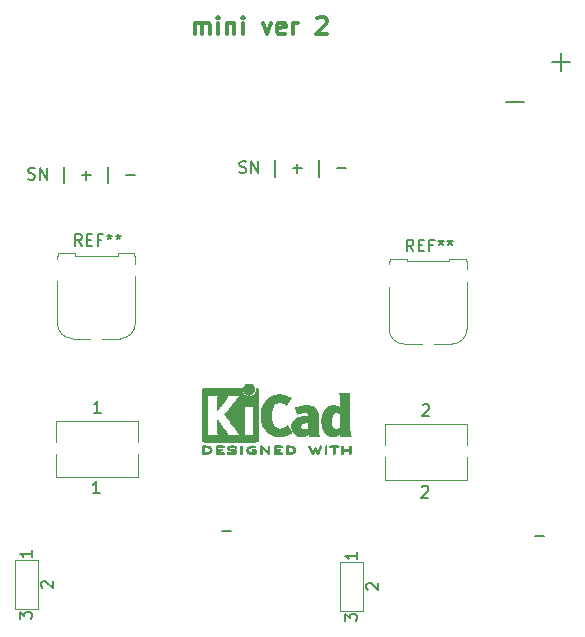
<source format=gbr>
G04 #@! TF.GenerationSoftware,KiCad,Pcbnew,(5.1.2)-1*
G04 #@! TF.CreationDate,2019-06-07T20:02:52-04:00*
G04 #@! TF.ProjectId,mini2_2,6d696e69-325f-4322-9e6b-696361645f70,rev?*
G04 #@! TF.SameCoordinates,Original*
G04 #@! TF.FileFunction,Legend,Top*
G04 #@! TF.FilePolarity,Positive*
%FSLAX46Y46*%
G04 Gerber Fmt 4.6, Leading zero omitted, Abs format (unit mm)*
G04 Created by KiCad (PCBNEW (5.1.2)-1) date 2019-06-07 20:02:52*
%MOMM*%
%LPD*%
G04 APERTURE LIST*
%ADD10C,0.300000*%
%ADD11C,0.120000*%
%ADD12C,0.010000*%
%ADD13C,0.150000*%
G04 APERTURE END LIST*
D10*
X60184091Y-86761711D02*
X60184091Y-85761711D01*
X60184091Y-85904568D02*
X60255520Y-85833140D01*
X60398377Y-85761711D01*
X60612662Y-85761711D01*
X60755520Y-85833140D01*
X60826948Y-85975997D01*
X60826948Y-86761711D01*
X60826948Y-85975997D02*
X60898377Y-85833140D01*
X61041234Y-85761711D01*
X61255520Y-85761711D01*
X61398377Y-85833140D01*
X61469805Y-85975997D01*
X61469805Y-86761711D01*
X62184091Y-86761711D02*
X62184091Y-85761711D01*
X62184091Y-85261711D02*
X62112662Y-85333140D01*
X62184091Y-85404568D01*
X62255520Y-85333140D01*
X62184091Y-85261711D01*
X62184091Y-85404568D01*
X62898377Y-85761711D02*
X62898377Y-86761711D01*
X62898377Y-85904568D02*
X62969805Y-85833140D01*
X63112662Y-85761711D01*
X63326948Y-85761711D01*
X63469805Y-85833140D01*
X63541234Y-85975997D01*
X63541234Y-86761711D01*
X64255520Y-86761711D02*
X64255520Y-85761711D01*
X64255520Y-85261711D02*
X64184091Y-85333140D01*
X64255520Y-85404568D01*
X64326948Y-85333140D01*
X64255520Y-85261711D01*
X64255520Y-85404568D01*
X65969805Y-85761711D02*
X66326948Y-86761711D01*
X66684091Y-85761711D01*
X67826948Y-86690282D02*
X67684091Y-86761711D01*
X67398377Y-86761711D01*
X67255520Y-86690282D01*
X67184091Y-86547425D01*
X67184091Y-85975997D01*
X67255520Y-85833140D01*
X67398377Y-85761711D01*
X67684091Y-85761711D01*
X67826948Y-85833140D01*
X67898377Y-85975997D01*
X67898377Y-86118854D01*
X67184091Y-86261711D01*
X68541234Y-86761711D02*
X68541234Y-85761711D01*
X68541234Y-86047425D02*
X68612662Y-85904568D01*
X68684091Y-85833140D01*
X68826948Y-85761711D01*
X68969805Y-85761711D01*
X70541234Y-85404568D02*
X70612662Y-85333140D01*
X70755520Y-85261711D01*
X71112662Y-85261711D01*
X71255520Y-85333140D01*
X71326948Y-85404568D01*
X71398377Y-85547425D01*
X71398377Y-85690282D01*
X71326948Y-85904568D01*
X70469805Y-86761711D01*
X71398377Y-86761711D01*
D11*
X76729520Y-105767840D02*
X78149520Y-105767840D01*
X78149520Y-105967840D02*
X81729520Y-105967840D01*
X81729520Y-105967840D02*
X81729520Y-105767840D01*
X81729520Y-105767840D02*
X83149520Y-105767840D01*
X83149520Y-105767840D02*
X83149520Y-105967840D01*
X79429520Y-112987840D02*
X77939520Y-112987840D01*
X76629520Y-111677840D02*
X76629520Y-108137840D01*
X83249520Y-107697840D02*
X83249520Y-111677840D01*
X81939520Y-112987840D02*
X80449520Y-112987840D01*
X77939520Y-112987840D02*
G75*
G02X76629520Y-111677840I0J1310000D01*
G01*
X83249520Y-111677840D02*
G75*
G02X81939520Y-112987840I-1310000J0D01*
G01*
X78149520Y-105967840D02*
X78149520Y-105767840D01*
X76729520Y-105767840D02*
X76729520Y-105967840D01*
X76729520Y-105967840D02*
X76629520Y-105967840D01*
X76629520Y-105967840D02*
X76629520Y-106217840D01*
X83149520Y-105967840D02*
X83249520Y-105967840D01*
X83249520Y-105967840D02*
X83249520Y-106657840D01*
X48647280Y-105303020D02*
X50067280Y-105303020D01*
X50067280Y-105503020D02*
X53647280Y-105503020D01*
X53647280Y-105503020D02*
X53647280Y-105303020D01*
X53647280Y-105303020D02*
X55067280Y-105303020D01*
X55067280Y-105303020D02*
X55067280Y-105503020D01*
X51347280Y-112523020D02*
X49857280Y-112523020D01*
X48547280Y-111213020D02*
X48547280Y-107673020D01*
X55167280Y-107233020D02*
X55167280Y-111213020D01*
X53857280Y-112523020D02*
X52367280Y-112523020D01*
X49857280Y-112523020D02*
G75*
G02X48547280Y-111213020I0J1310000D01*
G01*
X55167280Y-111213020D02*
G75*
G02X53857280Y-112523020I-1310000J0D01*
G01*
X50067280Y-105503020D02*
X50067280Y-105303020D01*
X48647280Y-105303020D02*
X48647280Y-105503020D01*
X48647280Y-105503020D02*
X48547280Y-105503020D01*
X48547280Y-105503020D02*
X48547280Y-105753020D01*
X55067280Y-105503020D02*
X55167280Y-105503020D01*
X55167280Y-105503020D02*
X55167280Y-106193020D01*
X74469500Y-131439700D02*
X74469500Y-135539700D01*
X74469500Y-135539700D02*
X72469500Y-135539700D01*
X72469500Y-135539700D02*
X72469500Y-131439700D01*
X72469500Y-131439700D02*
X74469500Y-131439700D01*
X44938440Y-131279680D02*
X46938440Y-131279680D01*
X44938440Y-135379680D02*
X44938440Y-131279680D01*
X46938440Y-135379680D02*
X44938440Y-135379680D01*
X46938440Y-131279680D02*
X46938440Y-135379680D01*
D12*
G36*
X73325463Y-121573253D02*
G01*
X73356842Y-121595496D01*
X73384551Y-121623205D01*
X73384551Y-121932640D01*
X73384478Y-122024519D01*
X73384135Y-122096560D01*
X73383332Y-122151500D01*
X73381881Y-122192080D01*
X73379592Y-122221037D01*
X73376276Y-122241111D01*
X73371745Y-122255041D01*
X73365809Y-122265565D01*
X73361154Y-122271820D01*
X73330423Y-122296393D01*
X73295136Y-122299061D01*
X73262885Y-122283991D01*
X73252228Y-122275094D01*
X73245104Y-122263277D01*
X73240807Y-122244246D01*
X73238631Y-122213712D01*
X73237868Y-122167382D01*
X73237795Y-122131591D01*
X73237795Y-121996765D01*
X72741084Y-121996765D01*
X72741084Y-122119420D01*
X72740571Y-122175507D01*
X72738516Y-122214053D01*
X72734148Y-122240081D01*
X72726696Y-122258617D01*
X72717687Y-122271820D01*
X72686784Y-122296324D01*
X72651836Y-122299226D01*
X72618378Y-122281809D01*
X72609244Y-122272679D01*
X72602792Y-122260575D01*
X72598537Y-122241721D01*
X72595992Y-122212340D01*
X72594669Y-122168657D01*
X72594083Y-122106895D01*
X72594015Y-122092720D01*
X72593531Y-121976351D01*
X72593281Y-121880447D01*
X72593363Y-121802897D01*
X72593871Y-121741589D01*
X72594902Y-121694410D01*
X72596553Y-121659250D01*
X72598919Y-121633996D01*
X72602097Y-121616537D01*
X72606184Y-121604761D01*
X72611274Y-121596555D01*
X72616906Y-121590365D01*
X72648768Y-121570564D01*
X72681997Y-121573253D01*
X72713375Y-121595496D01*
X72726073Y-121609846D01*
X72734166Y-121625698D01*
X72738682Y-121648274D01*
X72740646Y-121682798D01*
X72741084Y-121734496D01*
X72741084Y-121850009D01*
X73237795Y-121850009D01*
X73237795Y-121731476D01*
X73238302Y-121676868D01*
X73240338Y-121639995D01*
X73244675Y-121616027D01*
X73252087Y-121600135D01*
X73260373Y-121590365D01*
X73292234Y-121570564D01*
X73325463Y-121573253D01*
X73325463Y-121573253D01*
G37*
X73325463Y-121573253D02*
X73356842Y-121595496D01*
X73384551Y-121623205D01*
X73384551Y-121932640D01*
X73384478Y-122024519D01*
X73384135Y-122096560D01*
X73383332Y-122151500D01*
X73381881Y-122192080D01*
X73379592Y-122221037D01*
X73376276Y-122241111D01*
X73371745Y-122255041D01*
X73365809Y-122265565D01*
X73361154Y-122271820D01*
X73330423Y-122296393D01*
X73295136Y-122299061D01*
X73262885Y-122283991D01*
X73252228Y-122275094D01*
X73245104Y-122263277D01*
X73240807Y-122244246D01*
X73238631Y-122213712D01*
X73237868Y-122167382D01*
X73237795Y-122131591D01*
X73237795Y-121996765D01*
X72741084Y-121996765D01*
X72741084Y-122119420D01*
X72740571Y-122175507D01*
X72738516Y-122214053D01*
X72734148Y-122240081D01*
X72726696Y-122258617D01*
X72717687Y-122271820D01*
X72686784Y-122296324D01*
X72651836Y-122299226D01*
X72618378Y-122281809D01*
X72609244Y-122272679D01*
X72602792Y-122260575D01*
X72598537Y-122241721D01*
X72595992Y-122212340D01*
X72594669Y-122168657D01*
X72594083Y-122106895D01*
X72594015Y-122092720D01*
X72593531Y-121976351D01*
X72593281Y-121880447D01*
X72593363Y-121802897D01*
X72593871Y-121741589D01*
X72594902Y-121694410D01*
X72596553Y-121659250D01*
X72598919Y-121633996D01*
X72602097Y-121616537D01*
X72606184Y-121604761D01*
X72611274Y-121596555D01*
X72616906Y-121590365D01*
X72648768Y-121570564D01*
X72681997Y-121573253D01*
X72713375Y-121595496D01*
X72726073Y-121609846D01*
X72734166Y-121625698D01*
X72738682Y-121648274D01*
X72740646Y-121682798D01*
X72741084Y-121734496D01*
X72741084Y-121850009D01*
X73237795Y-121850009D01*
X73237795Y-121731476D01*
X73238302Y-121676868D01*
X73240338Y-121639995D01*
X73244675Y-121616027D01*
X73252087Y-121600135D01*
X73260373Y-121590365D01*
X73292234Y-121570564D01*
X73325463Y-121573253D01*
G36*
X72059705Y-121567883D02*
G01*
X72138412Y-121568262D01*
X72199503Y-121569053D01*
X72245457Y-121570390D01*
X72278754Y-121572403D01*
X72301876Y-121575226D01*
X72317302Y-121578989D01*
X72327511Y-121583825D01*
X72332453Y-121587542D01*
X72358097Y-121620078D01*
X72361199Y-121653858D01*
X72345351Y-121684546D01*
X72334988Y-121696809D01*
X72323836Y-121705170D01*
X72307675Y-121710377D01*
X72282282Y-121713177D01*
X72243438Y-121714316D01*
X72186920Y-121714541D01*
X72175820Y-121714542D01*
X72029884Y-121714542D01*
X72029884Y-121985476D01*
X72029788Y-122070874D01*
X72029351Y-122136584D01*
X72028352Y-122185494D01*
X72026568Y-122220493D01*
X72023777Y-122244469D01*
X72019757Y-122260313D01*
X72014285Y-122270911D01*
X72007306Y-122278987D01*
X71974374Y-122298832D01*
X71939994Y-122297268D01*
X71908816Y-122274626D01*
X71906526Y-122271820D01*
X71899069Y-122261212D01*
X71893387Y-122248801D01*
X71889241Y-122231570D01*
X71886390Y-122206504D01*
X71884594Y-122170587D01*
X71883612Y-122120803D01*
X71883204Y-122054137D01*
X71883129Y-121978309D01*
X71883129Y-121714542D01*
X71743767Y-121714542D01*
X71683962Y-121714138D01*
X71642558Y-121712560D01*
X71615388Y-121709267D01*
X71598286Y-121703712D01*
X71587083Y-121695351D01*
X71585723Y-121693898D01*
X71569365Y-121660659D01*
X71570812Y-121623082D01*
X71589618Y-121590365D01*
X71596890Y-121584018D01*
X71606267Y-121578986D01*
X71620249Y-121575116D01*
X71641336Y-121572257D01*
X71672029Y-121570255D01*
X71714829Y-121568959D01*
X71772235Y-121568218D01*
X71846750Y-121567878D01*
X71940873Y-121567788D01*
X71960900Y-121567787D01*
X72059705Y-121567883D01*
X72059705Y-121567883D01*
G37*
X72059705Y-121567883D02*
X72138412Y-121568262D01*
X72199503Y-121569053D01*
X72245457Y-121570390D01*
X72278754Y-121572403D01*
X72301876Y-121575226D01*
X72317302Y-121578989D01*
X72327511Y-121583825D01*
X72332453Y-121587542D01*
X72358097Y-121620078D01*
X72361199Y-121653858D01*
X72345351Y-121684546D01*
X72334988Y-121696809D01*
X72323836Y-121705170D01*
X72307675Y-121710377D01*
X72282282Y-121713177D01*
X72243438Y-121714316D01*
X72186920Y-121714541D01*
X72175820Y-121714542D01*
X72029884Y-121714542D01*
X72029884Y-121985476D01*
X72029788Y-122070874D01*
X72029351Y-122136584D01*
X72028352Y-122185494D01*
X72026568Y-122220493D01*
X72023777Y-122244469D01*
X72019757Y-122260313D01*
X72014285Y-122270911D01*
X72007306Y-122278987D01*
X71974374Y-122298832D01*
X71939994Y-122297268D01*
X71908816Y-122274626D01*
X71906526Y-122271820D01*
X71899069Y-122261212D01*
X71893387Y-122248801D01*
X71889241Y-122231570D01*
X71886390Y-122206504D01*
X71884594Y-122170587D01*
X71883612Y-122120803D01*
X71883204Y-122054137D01*
X71883129Y-121978309D01*
X71883129Y-121714542D01*
X71743767Y-121714542D01*
X71683962Y-121714138D01*
X71642558Y-121712560D01*
X71615388Y-121709267D01*
X71598286Y-121703712D01*
X71587083Y-121695351D01*
X71585723Y-121693898D01*
X71569365Y-121660659D01*
X71570812Y-121623082D01*
X71589618Y-121590365D01*
X71596890Y-121584018D01*
X71606267Y-121578986D01*
X71620249Y-121575116D01*
X71641336Y-121572257D01*
X71672029Y-121570255D01*
X71714829Y-121568959D01*
X71772235Y-121568218D01*
X71846750Y-121567878D01*
X71940873Y-121567788D01*
X71960900Y-121567787D01*
X72059705Y-121567883D01*
G36*
X71285254Y-121574597D02*
G01*
X71308967Y-121589367D01*
X71335618Y-121610947D01*
X71335618Y-121932493D01*
X71335533Y-122026550D01*
X71335169Y-122100652D01*
X71334364Y-122157424D01*
X71332953Y-122199488D01*
X71330773Y-122229468D01*
X71327661Y-122249987D01*
X71323454Y-122263669D01*
X71317988Y-122273136D01*
X71314112Y-122277802D01*
X71282674Y-122298295D01*
X71246873Y-122297459D01*
X71215513Y-122279984D01*
X71188862Y-122258404D01*
X71188862Y-121610947D01*
X71215513Y-121589367D01*
X71241234Y-121573669D01*
X71262240Y-121567787D01*
X71285254Y-121574597D01*
X71285254Y-121574597D01*
G37*
X71285254Y-121574597D02*
X71308967Y-121589367D01*
X71335618Y-121610947D01*
X71335618Y-121932493D01*
X71335533Y-122026550D01*
X71335169Y-122100652D01*
X71334364Y-122157424D01*
X71332953Y-122199488D01*
X71330773Y-122229468D01*
X71327661Y-122249987D01*
X71323454Y-122263669D01*
X71317988Y-122273136D01*
X71314112Y-122277802D01*
X71282674Y-122298295D01*
X71246873Y-122297459D01*
X71215513Y-122279984D01*
X71188862Y-122258404D01*
X71188862Y-121610947D01*
X71215513Y-121589367D01*
X71241234Y-121573669D01*
X71262240Y-121567787D01*
X71285254Y-121574597D01*
G36*
X70841305Y-121569754D02*
G01*
X70860895Y-121576755D01*
X70861650Y-121577097D01*
X70888253Y-121597398D01*
X70902910Y-121618281D01*
X70905778Y-121628072D01*
X70905636Y-121641081D01*
X70901601Y-121659615D01*
X70892786Y-121685977D01*
X70878309Y-121722472D01*
X70857285Y-121771407D01*
X70828828Y-121835085D01*
X70792055Y-121915813D01*
X70771815Y-121959936D01*
X70735265Y-122038705D01*
X70700955Y-122111143D01*
X70670192Y-122174600D01*
X70644288Y-122226428D01*
X70624550Y-122263979D01*
X70612290Y-122284604D01*
X70609864Y-122287453D01*
X70578823Y-122300022D01*
X70543761Y-122298339D01*
X70515640Y-122283052D01*
X70514494Y-122281809D01*
X70503308Y-122264874D01*
X70484544Y-122231890D01*
X70460515Y-122187100D01*
X70433537Y-122134752D01*
X70423841Y-122115462D01*
X70350654Y-121968870D01*
X70270880Y-122128113D01*
X70242407Y-122183135D01*
X70215990Y-122230852D01*
X70193788Y-122267613D01*
X70177959Y-122289764D01*
X70172594Y-122294461D01*
X70130897Y-122300822D01*
X70096489Y-122287453D01*
X70086368Y-122273166D01*
X70068854Y-122241412D01*
X70045375Y-122195317D01*
X70017360Y-122138005D01*
X69986239Y-122072600D01*
X69953439Y-122002227D01*
X69920390Y-121930011D01*
X69888521Y-121859075D01*
X69859259Y-121792545D01*
X69834035Y-121733546D01*
X69814276Y-121685201D01*
X69801412Y-121650635D01*
X69796871Y-121632973D01*
X69796917Y-121632333D01*
X69807966Y-121610108D01*
X69830050Y-121587473D01*
X69831350Y-121586488D01*
X69858493Y-121571145D01*
X69883598Y-121571294D01*
X69893008Y-121574186D01*
X69904474Y-121580438D01*
X69916650Y-121592734D01*
X69930997Y-121613628D01*
X69948976Y-121645669D01*
X69972047Y-121691408D01*
X70001670Y-121753397D01*
X70028385Y-121810618D01*
X70059120Y-121876946D01*
X70086661Y-121936594D01*
X70109578Y-121986445D01*
X70126438Y-122023384D01*
X70135813Y-122044293D01*
X70137180Y-122047565D01*
X70143329Y-122042217D01*
X70157462Y-122019829D01*
X70177697Y-121983666D01*
X70202155Y-121936997D01*
X70211888Y-121917742D01*
X70244857Y-121852724D01*
X70270283Y-121805374D01*
X70290252Y-121772939D01*
X70306850Y-121752666D01*
X70322164Y-121741802D01*
X70338280Y-121737595D01*
X70348783Y-121737120D01*
X70367310Y-121738762D01*
X70383544Y-121745551D01*
X70399675Y-121760286D01*
X70417891Y-121785764D01*
X70440379Y-121824781D01*
X70469329Y-121880134D01*
X70485302Y-121911623D01*
X70511210Y-121961807D01*
X70533807Y-122003424D01*
X70551098Y-122032962D01*
X70561090Y-122046909D01*
X70562449Y-122047490D01*
X70568901Y-122036513D01*
X70583348Y-122008010D01*
X70604343Y-121964964D01*
X70630437Y-121910358D01*
X70660186Y-121847174D01*
X70674820Y-121815791D01*
X70712890Y-121734798D01*
X70743545Y-121672476D01*
X70768377Y-121626791D01*
X70788977Y-121595709D01*
X70806938Y-121577198D01*
X70823850Y-121569224D01*
X70841305Y-121569754D01*
X70841305Y-121569754D01*
G37*
X70841305Y-121569754D02*
X70860895Y-121576755D01*
X70861650Y-121577097D01*
X70888253Y-121597398D01*
X70902910Y-121618281D01*
X70905778Y-121628072D01*
X70905636Y-121641081D01*
X70901601Y-121659615D01*
X70892786Y-121685977D01*
X70878309Y-121722472D01*
X70857285Y-121771407D01*
X70828828Y-121835085D01*
X70792055Y-121915813D01*
X70771815Y-121959936D01*
X70735265Y-122038705D01*
X70700955Y-122111143D01*
X70670192Y-122174600D01*
X70644288Y-122226428D01*
X70624550Y-122263979D01*
X70612290Y-122284604D01*
X70609864Y-122287453D01*
X70578823Y-122300022D01*
X70543761Y-122298339D01*
X70515640Y-122283052D01*
X70514494Y-122281809D01*
X70503308Y-122264874D01*
X70484544Y-122231890D01*
X70460515Y-122187100D01*
X70433537Y-122134752D01*
X70423841Y-122115462D01*
X70350654Y-121968870D01*
X70270880Y-122128113D01*
X70242407Y-122183135D01*
X70215990Y-122230852D01*
X70193788Y-122267613D01*
X70177959Y-122289764D01*
X70172594Y-122294461D01*
X70130897Y-122300822D01*
X70096489Y-122287453D01*
X70086368Y-122273166D01*
X70068854Y-122241412D01*
X70045375Y-122195317D01*
X70017360Y-122138005D01*
X69986239Y-122072600D01*
X69953439Y-122002227D01*
X69920390Y-121930011D01*
X69888521Y-121859075D01*
X69859259Y-121792545D01*
X69834035Y-121733546D01*
X69814276Y-121685201D01*
X69801412Y-121650635D01*
X69796871Y-121632973D01*
X69796917Y-121632333D01*
X69807966Y-121610108D01*
X69830050Y-121587473D01*
X69831350Y-121586488D01*
X69858493Y-121571145D01*
X69883598Y-121571294D01*
X69893008Y-121574186D01*
X69904474Y-121580438D01*
X69916650Y-121592734D01*
X69930997Y-121613628D01*
X69948976Y-121645669D01*
X69972047Y-121691408D01*
X70001670Y-121753397D01*
X70028385Y-121810618D01*
X70059120Y-121876946D01*
X70086661Y-121936594D01*
X70109578Y-121986445D01*
X70126438Y-122023384D01*
X70135813Y-122044293D01*
X70137180Y-122047565D01*
X70143329Y-122042217D01*
X70157462Y-122019829D01*
X70177697Y-121983666D01*
X70202155Y-121936997D01*
X70211888Y-121917742D01*
X70244857Y-121852724D01*
X70270283Y-121805374D01*
X70290252Y-121772939D01*
X70306850Y-121752666D01*
X70322164Y-121741802D01*
X70338280Y-121737595D01*
X70348783Y-121737120D01*
X70367310Y-121738762D01*
X70383544Y-121745551D01*
X70399675Y-121760286D01*
X70417891Y-121785764D01*
X70440379Y-121824781D01*
X70469329Y-121880134D01*
X70485302Y-121911623D01*
X70511210Y-121961807D01*
X70533807Y-122003424D01*
X70551098Y-122032962D01*
X70561090Y-122046909D01*
X70562449Y-122047490D01*
X70568901Y-122036513D01*
X70583348Y-122008010D01*
X70604343Y-121964964D01*
X70630437Y-121910358D01*
X70660186Y-121847174D01*
X70674820Y-121815791D01*
X70712890Y-121734798D01*
X70743545Y-121672476D01*
X70768377Y-121626791D01*
X70788977Y-121595709D01*
X70806938Y-121577198D01*
X70823850Y-121569224D01*
X70841305Y-121569754D01*
G36*
X68114949Y-121567995D02*
G01*
X68243928Y-121572356D01*
X68353631Y-121585581D01*
X68445866Y-121608461D01*
X68522442Y-121641790D01*
X68585167Y-121686358D01*
X68635852Y-121742956D01*
X68676303Y-121812378D01*
X68677099Y-121814071D01*
X68701241Y-121876203D01*
X68709843Y-121931229D01*
X68702871Y-121986607D01*
X68680294Y-122049793D01*
X68676012Y-122059409D01*
X68646812Y-122115686D01*
X68613996Y-122159171D01*
X68571642Y-122196137D01*
X68513830Y-122232855D01*
X68510471Y-122234772D01*
X68460144Y-122258947D01*
X68403261Y-122277002D01*
X68336167Y-122289559D01*
X68255205Y-122297242D01*
X68156722Y-122300673D01*
X68121926Y-122300971D01*
X67956234Y-122301565D01*
X67932837Y-122271820D01*
X67925897Y-122262039D01*
X67920482Y-122250617D01*
X67916405Y-122234815D01*
X67913477Y-122211895D01*
X67911507Y-122179116D01*
X67910865Y-122154809D01*
X68067484Y-122154809D01*
X68161366Y-122154809D01*
X68216304Y-122153203D01*
X68272700Y-122148975D01*
X68318985Y-122143012D01*
X68321779Y-122142510D01*
X68403988Y-122120456D01*
X68467754Y-122087320D01*
X68515092Y-122041567D01*
X68548022Y-121981659D01*
X68553748Y-121965781D01*
X68559361Y-121941053D01*
X68556931Y-121916622D01*
X68545107Y-121884120D01*
X68537980Y-121868154D01*
X68514640Y-121825726D01*
X68486520Y-121795960D01*
X68455580Y-121775231D01*
X68393606Y-121748257D01*
X68314291Y-121728718D01*
X68221893Y-121717466D01*
X68154973Y-121714990D01*
X68067484Y-121714542D01*
X68067484Y-122154809D01*
X67910865Y-122154809D01*
X67910308Y-122133741D01*
X67909690Y-122073031D01*
X67909465Y-121994246D01*
X67909440Y-121932640D01*
X67909440Y-121623205D01*
X67937149Y-121595496D01*
X67949446Y-121584264D01*
X67962743Y-121576573D01*
X67981312Y-121571760D01*
X68009426Y-121569166D01*
X68051357Y-121568130D01*
X68111377Y-121567990D01*
X68114949Y-121567995D01*
X68114949Y-121567995D01*
G37*
X68114949Y-121567995D02*
X68243928Y-121572356D01*
X68353631Y-121585581D01*
X68445866Y-121608461D01*
X68522442Y-121641790D01*
X68585167Y-121686358D01*
X68635852Y-121742956D01*
X68676303Y-121812378D01*
X68677099Y-121814071D01*
X68701241Y-121876203D01*
X68709843Y-121931229D01*
X68702871Y-121986607D01*
X68680294Y-122049793D01*
X68676012Y-122059409D01*
X68646812Y-122115686D01*
X68613996Y-122159171D01*
X68571642Y-122196137D01*
X68513830Y-122232855D01*
X68510471Y-122234772D01*
X68460144Y-122258947D01*
X68403261Y-122277002D01*
X68336167Y-122289559D01*
X68255205Y-122297242D01*
X68156722Y-122300673D01*
X68121926Y-122300971D01*
X67956234Y-122301565D01*
X67932837Y-122271820D01*
X67925897Y-122262039D01*
X67920482Y-122250617D01*
X67916405Y-122234815D01*
X67913477Y-122211895D01*
X67911507Y-122179116D01*
X67910865Y-122154809D01*
X68067484Y-122154809D01*
X68161366Y-122154809D01*
X68216304Y-122153203D01*
X68272700Y-122148975D01*
X68318985Y-122143012D01*
X68321779Y-122142510D01*
X68403988Y-122120456D01*
X68467754Y-122087320D01*
X68515092Y-122041567D01*
X68548022Y-121981659D01*
X68553748Y-121965781D01*
X68559361Y-121941053D01*
X68556931Y-121916622D01*
X68545107Y-121884120D01*
X68537980Y-121868154D01*
X68514640Y-121825726D01*
X68486520Y-121795960D01*
X68455580Y-121775231D01*
X68393606Y-121748257D01*
X68314291Y-121728718D01*
X68221893Y-121717466D01*
X68154973Y-121714990D01*
X68067484Y-121714542D01*
X68067484Y-122154809D01*
X67910865Y-122154809D01*
X67910308Y-122133741D01*
X67909690Y-122073031D01*
X67909465Y-121994246D01*
X67909440Y-121932640D01*
X67909440Y-121623205D01*
X67937149Y-121595496D01*
X67949446Y-121584264D01*
X67962743Y-121576573D01*
X67981312Y-121571760D01*
X68009426Y-121569166D01*
X68051357Y-121568130D01*
X68111377Y-121567990D01*
X68114949Y-121567995D01*
G36*
X67326983Y-121567980D02*
G01*
X67403341Y-121568894D01*
X67461857Y-121571031D01*
X67504895Y-121574895D01*
X67534823Y-121580987D01*
X67554008Y-121589810D01*
X67564816Y-121601866D01*
X67569613Y-121617659D01*
X67570767Y-121637690D01*
X67570773Y-121640055D01*
X67569771Y-121662712D01*
X67565036Y-121680223D01*
X67553973Y-121693294D01*
X67533988Y-121702633D01*
X67502486Y-121708947D01*
X67456872Y-121712942D01*
X67394553Y-121715326D01*
X67312933Y-121716806D01*
X67287917Y-121717134D01*
X67045840Y-121720187D01*
X67042454Y-121785098D01*
X67039069Y-121850009D01*
X67207216Y-121850009D01*
X67272906Y-121850251D01*
X67319812Y-121851276D01*
X67351723Y-121853531D01*
X67372431Y-121857462D01*
X67385724Y-121863518D01*
X67395395Y-121872144D01*
X67395457Y-121872213D01*
X67412996Y-121905832D01*
X67412362Y-121942168D01*
X67393954Y-121973143D01*
X67390311Y-121976327D01*
X67377381Y-121984532D01*
X67359664Y-121990241D01*
X67333210Y-121993882D01*
X67294072Y-121995887D01*
X67238302Y-121996684D01*
X67202634Y-121996765D01*
X67040195Y-121996765D01*
X67040195Y-122154809D01*
X67286801Y-122154809D01*
X67368220Y-122154951D01*
X67430050Y-122155534D01*
X67475277Y-122156788D01*
X67506888Y-122158947D01*
X67527871Y-122162243D01*
X67541213Y-122166909D01*
X67549901Y-122173177D01*
X67552090Y-122175453D01*
X67568254Y-122207000D01*
X67569437Y-122242888D01*
X67556176Y-122274005D01*
X67545683Y-122283991D01*
X67534769Y-122289489D01*
X67517857Y-122293742D01*
X67492273Y-122296900D01*
X67455341Y-122299112D01*
X67404386Y-122300526D01*
X67336734Y-122301292D01*
X67249709Y-122301558D01*
X67230034Y-122301565D01*
X67141551Y-122301507D01*
X67072867Y-122301187D01*
X67021204Y-122300387D01*
X66983785Y-122298887D01*
X66957830Y-122296469D01*
X66940562Y-122292914D01*
X66929202Y-122288002D01*
X66920972Y-122281515D01*
X66916457Y-122276858D01*
X66909661Y-122268609D01*
X66904352Y-122258389D01*
X66900346Y-122243520D01*
X66897461Y-122221322D01*
X66895514Y-122189113D01*
X66894321Y-122144216D01*
X66893701Y-122083948D01*
X66893469Y-122005631D01*
X66893440Y-121939714D01*
X66893511Y-121847348D01*
X66893848Y-121774837D01*
X66894638Y-121719457D01*
X66896066Y-121678485D01*
X66898319Y-121649198D01*
X66901583Y-121628873D01*
X66906044Y-121614786D01*
X66911888Y-121604215D01*
X66916837Y-121597531D01*
X66940234Y-121567787D01*
X67230414Y-121567787D01*
X67326983Y-121567980D01*
X67326983Y-121567980D01*
G37*
X67326983Y-121567980D02*
X67403341Y-121568894D01*
X67461857Y-121571031D01*
X67504895Y-121574895D01*
X67534823Y-121580987D01*
X67554008Y-121589810D01*
X67564816Y-121601866D01*
X67569613Y-121617659D01*
X67570767Y-121637690D01*
X67570773Y-121640055D01*
X67569771Y-121662712D01*
X67565036Y-121680223D01*
X67553973Y-121693294D01*
X67533988Y-121702633D01*
X67502486Y-121708947D01*
X67456872Y-121712942D01*
X67394553Y-121715326D01*
X67312933Y-121716806D01*
X67287917Y-121717134D01*
X67045840Y-121720187D01*
X67042454Y-121785098D01*
X67039069Y-121850009D01*
X67207216Y-121850009D01*
X67272906Y-121850251D01*
X67319812Y-121851276D01*
X67351723Y-121853531D01*
X67372431Y-121857462D01*
X67385724Y-121863518D01*
X67395395Y-121872144D01*
X67395457Y-121872213D01*
X67412996Y-121905832D01*
X67412362Y-121942168D01*
X67393954Y-121973143D01*
X67390311Y-121976327D01*
X67377381Y-121984532D01*
X67359664Y-121990241D01*
X67333210Y-121993882D01*
X67294072Y-121995887D01*
X67238302Y-121996684D01*
X67202634Y-121996765D01*
X67040195Y-121996765D01*
X67040195Y-122154809D01*
X67286801Y-122154809D01*
X67368220Y-122154951D01*
X67430050Y-122155534D01*
X67475277Y-122156788D01*
X67506888Y-122158947D01*
X67527871Y-122162243D01*
X67541213Y-122166909D01*
X67549901Y-122173177D01*
X67552090Y-122175453D01*
X67568254Y-122207000D01*
X67569437Y-122242888D01*
X67556176Y-122274005D01*
X67545683Y-122283991D01*
X67534769Y-122289489D01*
X67517857Y-122293742D01*
X67492273Y-122296900D01*
X67455341Y-122299112D01*
X67404386Y-122300526D01*
X67336734Y-122301292D01*
X67249709Y-122301558D01*
X67230034Y-122301565D01*
X67141551Y-122301507D01*
X67072867Y-122301187D01*
X67021204Y-122300387D01*
X66983785Y-122298887D01*
X66957830Y-122296469D01*
X66940562Y-122292914D01*
X66929202Y-122288002D01*
X66920972Y-122281515D01*
X66916457Y-122276858D01*
X66909661Y-122268609D01*
X66904352Y-122258389D01*
X66900346Y-122243520D01*
X66897461Y-122221322D01*
X66895514Y-122189113D01*
X66894321Y-122144216D01*
X66893701Y-122083948D01*
X66893469Y-122005631D01*
X66893440Y-121939714D01*
X66893511Y-121847348D01*
X66893848Y-121774837D01*
X66894638Y-121719457D01*
X66896066Y-121678485D01*
X66898319Y-121649198D01*
X66901583Y-121628873D01*
X66906044Y-121614786D01*
X66911888Y-121604215D01*
X66916837Y-121597531D01*
X66940234Y-121567787D01*
X67230414Y-121567787D01*
X67326983Y-121567980D01*
G36*
X65796526Y-121572168D02*
G01*
X65820092Y-121585993D01*
X65850905Y-121608601D01*
X65890562Y-121641058D01*
X65940660Y-121684428D01*
X66002797Y-121739778D01*
X66078568Y-121808171D01*
X66165306Y-121886804D01*
X66345929Y-122050598D01*
X66351573Y-121830749D01*
X66353611Y-121755071D01*
X66355577Y-121698714D01*
X66357906Y-121658426D01*
X66361034Y-121630955D01*
X66365395Y-121613049D01*
X66371424Y-121601457D01*
X66379556Y-121592928D01*
X66383868Y-121589343D01*
X66418399Y-121570390D01*
X66451257Y-121573161D01*
X66477322Y-121589353D01*
X66503973Y-121610919D01*
X66507288Y-121925871D01*
X66508205Y-122018499D01*
X66508672Y-122091264D01*
X66508527Y-122146881D01*
X66507608Y-122188062D01*
X66505753Y-122217523D01*
X66502801Y-122237975D01*
X66498590Y-122252133D01*
X66492958Y-122262711D01*
X66486713Y-122271194D01*
X66473201Y-122286927D01*
X66459757Y-122297356D01*
X66444516Y-122301359D01*
X66425614Y-122297814D01*
X66401185Y-122285599D01*
X66369367Y-122263591D01*
X66328292Y-122230669D01*
X66276098Y-122185711D01*
X66210918Y-122127595D01*
X66137084Y-122060819D01*
X65871795Y-121820178D01*
X65866151Y-122039309D01*
X65864109Y-122114848D01*
X65862138Y-122171074D01*
X65859801Y-122211244D01*
X65856659Y-122238616D01*
X65852276Y-122256448D01*
X65846216Y-122267999D01*
X65838040Y-122276527D01*
X65833856Y-122280002D01*
X65796875Y-122299092D01*
X65761932Y-122296213D01*
X65731504Y-122271820D01*
X65724543Y-122262006D01*
X65719117Y-122250546D01*
X65715037Y-122234688D01*
X65712111Y-122211683D01*
X65710148Y-122178782D01*
X65708957Y-122133236D01*
X65708348Y-122072293D01*
X65708129Y-121993206D01*
X65708106Y-121934676D01*
X65708180Y-121843127D01*
X65708527Y-121771407D01*
X65709339Y-121716765D01*
X65710807Y-121676452D01*
X65713121Y-121647718D01*
X65716473Y-121627813D01*
X65721052Y-121613988D01*
X65727051Y-121603492D01*
X65731504Y-121597531D01*
X65742790Y-121583411D01*
X65753339Y-121572749D01*
X65764747Y-121566612D01*
X65778610Y-121566063D01*
X65796526Y-121572168D01*
X65796526Y-121572168D01*
G37*
X65796526Y-121572168D02*
X65820092Y-121585993D01*
X65850905Y-121608601D01*
X65890562Y-121641058D01*
X65940660Y-121684428D01*
X66002797Y-121739778D01*
X66078568Y-121808171D01*
X66165306Y-121886804D01*
X66345929Y-122050598D01*
X66351573Y-121830749D01*
X66353611Y-121755071D01*
X66355577Y-121698714D01*
X66357906Y-121658426D01*
X66361034Y-121630955D01*
X66365395Y-121613049D01*
X66371424Y-121601457D01*
X66379556Y-121592928D01*
X66383868Y-121589343D01*
X66418399Y-121570390D01*
X66451257Y-121573161D01*
X66477322Y-121589353D01*
X66503973Y-121610919D01*
X66507288Y-121925871D01*
X66508205Y-122018499D01*
X66508672Y-122091264D01*
X66508527Y-122146881D01*
X66507608Y-122188062D01*
X66505753Y-122217523D01*
X66502801Y-122237975D01*
X66498590Y-122252133D01*
X66492958Y-122262711D01*
X66486713Y-122271194D01*
X66473201Y-122286927D01*
X66459757Y-122297356D01*
X66444516Y-122301359D01*
X66425614Y-122297814D01*
X66401185Y-122285599D01*
X66369367Y-122263591D01*
X66328292Y-122230669D01*
X66276098Y-122185711D01*
X66210918Y-122127595D01*
X66137084Y-122060819D01*
X65871795Y-121820178D01*
X65866151Y-122039309D01*
X65864109Y-122114848D01*
X65862138Y-122171074D01*
X65859801Y-122211244D01*
X65856659Y-122238616D01*
X65852276Y-122256448D01*
X65846216Y-122267999D01*
X65838040Y-122276527D01*
X65833856Y-122280002D01*
X65796875Y-122299092D01*
X65761932Y-122296213D01*
X65731504Y-122271820D01*
X65724543Y-122262006D01*
X65719117Y-122250546D01*
X65715037Y-122234688D01*
X65712111Y-122211683D01*
X65710148Y-122178782D01*
X65708957Y-122133236D01*
X65708348Y-122072293D01*
X65708129Y-121993206D01*
X65708106Y-121934676D01*
X65708180Y-121843127D01*
X65708527Y-121771407D01*
X65709339Y-121716765D01*
X65710807Y-121676452D01*
X65713121Y-121647718D01*
X65716473Y-121627813D01*
X65721052Y-121613988D01*
X65727051Y-121603492D01*
X65731504Y-121597531D01*
X65742790Y-121583411D01*
X65753339Y-121572749D01*
X65764747Y-121566612D01*
X65778610Y-121566063D01*
X65796526Y-121572168D01*
G36*
X65146559Y-121573319D02*
G01*
X65215075Y-121584815D01*
X65267697Y-121602687D01*
X65301932Y-121626219D01*
X65311261Y-121639644D01*
X65320747Y-121670868D01*
X65314363Y-121699115D01*
X65294210Y-121725902D01*
X65262895Y-121738433D01*
X65217457Y-121737416D01*
X65182314Y-121730626D01*
X65104221Y-121717691D01*
X65024414Y-121716462D01*
X64935085Y-121726961D01*
X64910411Y-121731410D01*
X64827349Y-121754828D01*
X64762367Y-121789665D01*
X64716179Y-121835324D01*
X64689495Y-121891214D01*
X64683977Y-121920108D01*
X64687589Y-121978732D01*
X64710911Y-122030599D01*
X64751816Y-122074698D01*
X64808181Y-122110019D01*
X64877880Y-122135549D01*
X64958788Y-122150279D01*
X65048780Y-122153198D01*
X65145730Y-122143295D01*
X65151204Y-122142361D01*
X65189765Y-122135179D01*
X65211146Y-122128241D01*
X65220413Y-122117947D01*
X65222634Y-122100696D01*
X65222684Y-122091561D01*
X65222684Y-122053209D01*
X65154209Y-122053209D01*
X65093740Y-122049067D01*
X65052475Y-122035867D01*
X65028465Y-122012450D01*
X65019763Y-121977656D01*
X65019657Y-121973114D01*
X65024748Y-121943374D01*
X65042207Y-121922139D01*
X65074701Y-121908086D01*
X65124897Y-121899893D01*
X65173517Y-121896881D01*
X65244184Y-121895153D01*
X65295442Y-121897790D01*
X65330401Y-121907520D01*
X65352170Y-121927073D01*
X65363860Y-121959176D01*
X65368580Y-122006558D01*
X65369440Y-122068791D01*
X65368031Y-122138255D01*
X65363792Y-122185506D01*
X65356704Y-122210732D01*
X65355329Y-122212708D01*
X65316412Y-122244228D01*
X65259354Y-122269190D01*
X65187771Y-122287060D01*
X65105282Y-122297306D01*
X65015501Y-122299393D01*
X64922048Y-122292788D01*
X64867084Y-122284676D01*
X64780874Y-122260274D01*
X64700748Y-122220382D01*
X64633663Y-122168607D01*
X64623467Y-122158259D01*
X64590338Y-122114755D01*
X64560446Y-122060838D01*
X64537283Y-122004312D01*
X64524342Y-121952979D01*
X64522782Y-121933264D01*
X64529422Y-121892139D01*
X64547072Y-121840972D01*
X64572343Y-121787114D01*
X64601851Y-121737915D01*
X64627921Y-121705054D01*
X64688875Y-121656172D01*
X64767671Y-121617265D01*
X64861483Y-121589214D01*
X64967490Y-121572899D01*
X65064640Y-121568912D01*
X65146559Y-121573319D01*
X65146559Y-121573319D01*
G37*
X65146559Y-121573319D02*
X65215075Y-121584815D01*
X65267697Y-121602687D01*
X65301932Y-121626219D01*
X65311261Y-121639644D01*
X65320747Y-121670868D01*
X65314363Y-121699115D01*
X65294210Y-121725902D01*
X65262895Y-121738433D01*
X65217457Y-121737416D01*
X65182314Y-121730626D01*
X65104221Y-121717691D01*
X65024414Y-121716462D01*
X64935085Y-121726961D01*
X64910411Y-121731410D01*
X64827349Y-121754828D01*
X64762367Y-121789665D01*
X64716179Y-121835324D01*
X64689495Y-121891214D01*
X64683977Y-121920108D01*
X64687589Y-121978732D01*
X64710911Y-122030599D01*
X64751816Y-122074698D01*
X64808181Y-122110019D01*
X64877880Y-122135549D01*
X64958788Y-122150279D01*
X65048780Y-122153198D01*
X65145730Y-122143295D01*
X65151204Y-122142361D01*
X65189765Y-122135179D01*
X65211146Y-122128241D01*
X65220413Y-122117947D01*
X65222634Y-122100696D01*
X65222684Y-122091561D01*
X65222684Y-122053209D01*
X65154209Y-122053209D01*
X65093740Y-122049067D01*
X65052475Y-122035867D01*
X65028465Y-122012450D01*
X65019763Y-121977656D01*
X65019657Y-121973114D01*
X65024748Y-121943374D01*
X65042207Y-121922139D01*
X65074701Y-121908086D01*
X65124897Y-121899893D01*
X65173517Y-121896881D01*
X65244184Y-121895153D01*
X65295442Y-121897790D01*
X65330401Y-121907520D01*
X65352170Y-121927073D01*
X65363860Y-121959176D01*
X65368580Y-122006558D01*
X65369440Y-122068791D01*
X65368031Y-122138255D01*
X65363792Y-122185506D01*
X65356704Y-122210732D01*
X65355329Y-122212708D01*
X65316412Y-122244228D01*
X65259354Y-122269190D01*
X65187771Y-122287060D01*
X65105282Y-122297306D01*
X65015501Y-122299393D01*
X64922048Y-122292788D01*
X64867084Y-122284676D01*
X64780874Y-122260274D01*
X64700748Y-122220382D01*
X64633663Y-122168607D01*
X64623467Y-122158259D01*
X64590338Y-122114755D01*
X64560446Y-122060838D01*
X64537283Y-122004312D01*
X64524342Y-121952979D01*
X64522782Y-121933264D01*
X64529422Y-121892139D01*
X64547072Y-121840972D01*
X64572343Y-121787114D01*
X64601851Y-121737915D01*
X64627921Y-121705054D01*
X64688875Y-121656172D01*
X64767671Y-121617265D01*
X64861483Y-121589214D01*
X64967490Y-121572899D01*
X65064640Y-121568912D01*
X65146559Y-121573319D01*
G36*
X64172818Y-121590365D02*
G01*
X64179398Y-121597938D01*
X64184561Y-121607707D01*
X64188476Y-121622291D01*
X64191316Y-121644305D01*
X64193253Y-121676368D01*
X64194457Y-121721095D01*
X64195101Y-121781105D01*
X64195356Y-121859014D01*
X64195395Y-121934676D01*
X64195326Y-122028522D01*
X64195002Y-122102409D01*
X64194254Y-122158952D01*
X64192908Y-122200769D01*
X64190794Y-122230477D01*
X64187740Y-122250693D01*
X64183574Y-122264034D01*
X64178124Y-122273118D01*
X64172818Y-122278987D01*
X64139814Y-122298667D01*
X64104649Y-122296901D01*
X64073185Y-122275437D01*
X64065956Y-122267057D01*
X64060306Y-122257334D01*
X64056041Y-122243581D01*
X64052967Y-122223109D01*
X64050888Y-122193232D01*
X64049610Y-122151261D01*
X64048939Y-122094509D01*
X64048681Y-122020287D01*
X64048640Y-121936257D01*
X64048640Y-121623205D01*
X64076349Y-121595496D01*
X64110503Y-121572183D01*
X64143634Y-121571343D01*
X64172818Y-121590365D01*
X64172818Y-121590365D01*
G37*
X64172818Y-121590365D02*
X64179398Y-121597938D01*
X64184561Y-121607707D01*
X64188476Y-121622291D01*
X64191316Y-121644305D01*
X64193253Y-121676368D01*
X64194457Y-121721095D01*
X64195101Y-121781105D01*
X64195356Y-121859014D01*
X64195395Y-121934676D01*
X64195326Y-122028522D01*
X64195002Y-122102409D01*
X64194254Y-122158952D01*
X64192908Y-122200769D01*
X64190794Y-122230477D01*
X64187740Y-122250693D01*
X64183574Y-122264034D01*
X64178124Y-122273118D01*
X64172818Y-122278987D01*
X64139814Y-122298667D01*
X64104649Y-122296901D01*
X64073185Y-122275437D01*
X64065956Y-122267057D01*
X64060306Y-122257334D01*
X64056041Y-122243581D01*
X64052967Y-122223109D01*
X64050888Y-122193232D01*
X64049610Y-122151261D01*
X64048939Y-122094509D01*
X64048681Y-122020287D01*
X64048640Y-121936257D01*
X64048640Y-121623205D01*
X64076349Y-121595496D01*
X64110503Y-121572183D01*
X64143634Y-121571343D01*
X64172818Y-121590365D01*
G36*
X63404937Y-121569071D02*
G01*
X63479752Y-121574301D01*
X63549334Y-121582470D01*
X63609638Y-121593270D01*
X63656620Y-121606393D01*
X63686234Y-121621533D01*
X63690780Y-121625989D01*
X63706586Y-121660570D01*
X63701793Y-121696071D01*
X63677276Y-121726445D01*
X63676106Y-121727316D01*
X63661686Y-121736674D01*
X63646632Y-121741596D01*
X63625635Y-121742193D01*
X63593383Y-121738581D01*
X63544567Y-121730874D01*
X63540640Y-121730225D01*
X63467901Y-121721289D01*
X63389423Y-121716881D01*
X63310713Y-121716839D01*
X63237279Y-121720999D01*
X63174629Y-121729199D01*
X63128270Y-121741277D01*
X63125224Y-121742491D01*
X63091592Y-121761335D01*
X63079776Y-121780405D01*
X63089026Y-121799159D01*
X63118593Y-121817057D01*
X63167729Y-121833557D01*
X63235683Y-121848116D01*
X63280995Y-121855126D01*
X63375184Y-121868609D01*
X63450096Y-121880934D01*
X63508923Y-121893169D01*
X63554855Y-121906381D01*
X63591085Y-121921637D01*
X63620802Y-121940005D01*
X63647198Y-121962551D01*
X63668410Y-121984691D01*
X63693575Y-122015539D01*
X63705959Y-122042065D01*
X63709832Y-122074746D01*
X63709973Y-122086715D01*
X63707064Y-122126432D01*
X63695438Y-122155979D01*
X63675317Y-122182206D01*
X63634424Y-122222296D01*
X63588823Y-122252869D01*
X63535127Y-122274923D01*
X63469948Y-122289455D01*
X63389896Y-122297461D01*
X63291583Y-122299938D01*
X63275351Y-122299897D01*
X63209791Y-122298538D01*
X63144774Y-122295450D01*
X63087388Y-122291076D01*
X63044718Y-122285860D01*
X63041268Y-122285261D01*
X62998844Y-122275211D01*
X62962860Y-122262516D01*
X62942490Y-122250910D01*
X62923533Y-122220292D01*
X62922213Y-122184638D01*
X62938555Y-122152864D01*
X62942211Y-122149271D01*
X62957325Y-122138596D01*
X62976225Y-122133996D01*
X63005478Y-122134779D01*
X63040989Y-122138847D01*
X63080670Y-122142482D01*
X63136295Y-122145548D01*
X63201234Y-122147773D01*
X63268855Y-122148884D01*
X63286640Y-122148957D01*
X63354512Y-122148684D01*
X63404186Y-122147366D01*
X63440030Y-122144547D01*
X63466416Y-122139770D01*
X63487714Y-122132577D01*
X63500514Y-122126587D01*
X63528640Y-122109953D01*
X63546572Y-122094888D01*
X63549193Y-122090617D01*
X63543664Y-122072983D01*
X63517380Y-122055912D01*
X63472162Y-122040178D01*
X63409832Y-122026558D01*
X63391469Y-122023524D01*
X63295550Y-122008458D01*
X63218999Y-121995866D01*
X63158860Y-121984831D01*
X63112180Y-121974440D01*
X63076003Y-121963776D01*
X63047375Y-121951925D01*
X63023342Y-121937971D01*
X63000948Y-121921001D01*
X62977238Y-121900098D01*
X62969260Y-121892769D01*
X62941287Y-121865419D01*
X62926480Y-121843749D01*
X62920688Y-121818952D01*
X62919751Y-121787703D01*
X62930065Y-121726425D01*
X62960888Y-121674360D01*
X63012045Y-121631678D01*
X63083357Y-121598545D01*
X63134240Y-121583684D01*
X63189540Y-121574086D01*
X63255787Y-121568656D01*
X63328934Y-121567087D01*
X63404937Y-121569071D01*
X63404937Y-121569071D01*
G37*
X63404937Y-121569071D02*
X63479752Y-121574301D01*
X63549334Y-121582470D01*
X63609638Y-121593270D01*
X63656620Y-121606393D01*
X63686234Y-121621533D01*
X63690780Y-121625989D01*
X63706586Y-121660570D01*
X63701793Y-121696071D01*
X63677276Y-121726445D01*
X63676106Y-121727316D01*
X63661686Y-121736674D01*
X63646632Y-121741596D01*
X63625635Y-121742193D01*
X63593383Y-121738581D01*
X63544567Y-121730874D01*
X63540640Y-121730225D01*
X63467901Y-121721289D01*
X63389423Y-121716881D01*
X63310713Y-121716839D01*
X63237279Y-121720999D01*
X63174629Y-121729199D01*
X63128270Y-121741277D01*
X63125224Y-121742491D01*
X63091592Y-121761335D01*
X63079776Y-121780405D01*
X63089026Y-121799159D01*
X63118593Y-121817057D01*
X63167729Y-121833557D01*
X63235683Y-121848116D01*
X63280995Y-121855126D01*
X63375184Y-121868609D01*
X63450096Y-121880934D01*
X63508923Y-121893169D01*
X63554855Y-121906381D01*
X63591085Y-121921637D01*
X63620802Y-121940005D01*
X63647198Y-121962551D01*
X63668410Y-121984691D01*
X63693575Y-122015539D01*
X63705959Y-122042065D01*
X63709832Y-122074746D01*
X63709973Y-122086715D01*
X63707064Y-122126432D01*
X63695438Y-122155979D01*
X63675317Y-122182206D01*
X63634424Y-122222296D01*
X63588823Y-122252869D01*
X63535127Y-122274923D01*
X63469948Y-122289455D01*
X63389896Y-122297461D01*
X63291583Y-122299938D01*
X63275351Y-122299897D01*
X63209791Y-122298538D01*
X63144774Y-122295450D01*
X63087388Y-122291076D01*
X63044718Y-122285860D01*
X63041268Y-122285261D01*
X62998844Y-122275211D01*
X62962860Y-122262516D01*
X62942490Y-122250910D01*
X62923533Y-122220292D01*
X62922213Y-122184638D01*
X62938555Y-122152864D01*
X62942211Y-122149271D01*
X62957325Y-122138596D01*
X62976225Y-122133996D01*
X63005478Y-122134779D01*
X63040989Y-122138847D01*
X63080670Y-122142482D01*
X63136295Y-122145548D01*
X63201234Y-122147773D01*
X63268855Y-122148884D01*
X63286640Y-122148957D01*
X63354512Y-122148684D01*
X63404186Y-122147366D01*
X63440030Y-122144547D01*
X63466416Y-122139770D01*
X63487714Y-122132577D01*
X63500514Y-122126587D01*
X63528640Y-122109953D01*
X63546572Y-122094888D01*
X63549193Y-122090617D01*
X63543664Y-122072983D01*
X63517380Y-122055912D01*
X63472162Y-122040178D01*
X63409832Y-122026558D01*
X63391469Y-122023524D01*
X63295550Y-122008458D01*
X63218999Y-121995866D01*
X63158860Y-121984831D01*
X63112180Y-121974440D01*
X63076003Y-121963776D01*
X63047375Y-121951925D01*
X63023342Y-121937971D01*
X63000948Y-121921001D01*
X62977238Y-121900098D01*
X62969260Y-121892769D01*
X62941287Y-121865419D01*
X62926480Y-121843749D01*
X62920688Y-121818952D01*
X62919751Y-121787703D01*
X62930065Y-121726425D01*
X62960888Y-121674360D01*
X63012045Y-121631678D01*
X63083357Y-121598545D01*
X63134240Y-121583684D01*
X63189540Y-121574086D01*
X63255787Y-121568656D01*
X63328934Y-121567087D01*
X63404937Y-121569071D01*
G36*
X62383846Y-121567866D02*
G01*
X62453254Y-121568238D01*
X62505643Y-121569105D01*
X62543793Y-121570666D01*
X62570481Y-121573123D01*
X62588487Y-121576677D01*
X62600591Y-121581530D01*
X62609571Y-121587881D01*
X62612822Y-121590804D01*
X62632597Y-121621862D01*
X62636158Y-121657548D01*
X62623149Y-121689230D01*
X62617134Y-121695633D01*
X62607405Y-121701841D01*
X62591739Y-121706630D01*
X62567232Y-121710234D01*
X62530979Y-121712884D01*
X62480075Y-121714815D01*
X62411614Y-121716259D01*
X62349023Y-121717138D01*
X62101306Y-121720187D01*
X62097921Y-121785098D01*
X62094535Y-121850009D01*
X62262682Y-121850009D01*
X62335681Y-121850639D01*
X62389123Y-121853273D01*
X62426012Y-121859029D01*
X62449352Y-121869024D01*
X62462146Y-121884376D01*
X62467398Y-121906202D01*
X62468195Y-121926458D01*
X62465717Y-121951312D01*
X62456363Y-121969626D01*
X62437257Y-121982357D01*
X62405522Y-121990461D01*
X62358281Y-121994896D01*
X62292657Y-121996619D01*
X62256839Y-121996765D01*
X62095662Y-121996765D01*
X62095662Y-122154809D01*
X62344018Y-122154809D01*
X62425427Y-122154922D01*
X62487298Y-122155432D01*
X62532672Y-122156590D01*
X62564586Y-122158650D01*
X62586081Y-122161866D01*
X62600197Y-122166492D01*
X62609972Y-122172779D01*
X62614951Y-122177387D01*
X62632030Y-122204280D01*
X62637529Y-122228187D01*
X62629677Y-122257387D01*
X62614951Y-122278987D01*
X62607094Y-122285786D01*
X62596952Y-122291066D01*
X62581796Y-122295018D01*
X62558899Y-122297833D01*
X62525531Y-122299702D01*
X62478965Y-122300818D01*
X62416473Y-122301371D01*
X62335326Y-122301553D01*
X62293218Y-122301565D01*
X62203042Y-122301485D01*
X62132716Y-122301118D01*
X62079511Y-122300272D01*
X62040700Y-122298756D01*
X62013553Y-122296379D01*
X61995342Y-122292949D01*
X61983340Y-122288274D01*
X61974818Y-122282164D01*
X61971484Y-122278987D01*
X61964885Y-122271390D01*
X61959713Y-122261590D01*
X61955794Y-122246959D01*
X61952956Y-122224872D01*
X61951025Y-122192702D01*
X61949828Y-122147823D01*
X61949192Y-122087609D01*
X61948943Y-122009433D01*
X61948906Y-121936643D01*
X61948940Y-121843427D01*
X61949175Y-121770151D01*
X61949810Y-121714178D01*
X61951046Y-121672871D01*
X61953084Y-121643592D01*
X61956123Y-121623704D01*
X61960363Y-121610570D01*
X61966005Y-121601552D01*
X61973249Y-121594013D01*
X61975034Y-121592332D01*
X61983695Y-121584892D01*
X61993758Y-121579129D01*
X62008015Y-121574832D01*
X62029257Y-121571784D01*
X62060276Y-121569771D01*
X62103863Y-121568580D01*
X62162809Y-121567995D01*
X62239906Y-121567803D01*
X62294639Y-121567787D01*
X62383846Y-121567866D01*
X62383846Y-121567866D01*
G37*
X62383846Y-121567866D02*
X62453254Y-121568238D01*
X62505643Y-121569105D01*
X62543793Y-121570666D01*
X62570481Y-121573123D01*
X62588487Y-121576677D01*
X62600591Y-121581530D01*
X62609571Y-121587881D01*
X62612822Y-121590804D01*
X62632597Y-121621862D01*
X62636158Y-121657548D01*
X62623149Y-121689230D01*
X62617134Y-121695633D01*
X62607405Y-121701841D01*
X62591739Y-121706630D01*
X62567232Y-121710234D01*
X62530979Y-121712884D01*
X62480075Y-121714815D01*
X62411614Y-121716259D01*
X62349023Y-121717138D01*
X62101306Y-121720187D01*
X62097921Y-121785098D01*
X62094535Y-121850009D01*
X62262682Y-121850009D01*
X62335681Y-121850639D01*
X62389123Y-121853273D01*
X62426012Y-121859029D01*
X62449352Y-121869024D01*
X62462146Y-121884376D01*
X62467398Y-121906202D01*
X62468195Y-121926458D01*
X62465717Y-121951312D01*
X62456363Y-121969626D01*
X62437257Y-121982357D01*
X62405522Y-121990461D01*
X62358281Y-121994896D01*
X62292657Y-121996619D01*
X62256839Y-121996765D01*
X62095662Y-121996765D01*
X62095662Y-122154809D01*
X62344018Y-122154809D01*
X62425427Y-122154922D01*
X62487298Y-122155432D01*
X62532672Y-122156590D01*
X62564586Y-122158650D01*
X62586081Y-122161866D01*
X62600197Y-122166492D01*
X62609972Y-122172779D01*
X62614951Y-122177387D01*
X62632030Y-122204280D01*
X62637529Y-122228187D01*
X62629677Y-122257387D01*
X62614951Y-122278987D01*
X62607094Y-122285786D01*
X62596952Y-122291066D01*
X62581796Y-122295018D01*
X62558899Y-122297833D01*
X62525531Y-122299702D01*
X62478965Y-122300818D01*
X62416473Y-122301371D01*
X62335326Y-122301553D01*
X62293218Y-122301565D01*
X62203042Y-122301485D01*
X62132716Y-122301118D01*
X62079511Y-122300272D01*
X62040700Y-122298756D01*
X62013553Y-122296379D01*
X61995342Y-122292949D01*
X61983340Y-122288274D01*
X61974818Y-122282164D01*
X61971484Y-122278987D01*
X61964885Y-122271390D01*
X61959713Y-122261590D01*
X61955794Y-122246959D01*
X61952956Y-122224872D01*
X61951025Y-122192702D01*
X61949828Y-122147823D01*
X61949192Y-122087609D01*
X61948943Y-122009433D01*
X61948906Y-121936643D01*
X61948940Y-121843427D01*
X61949175Y-121770151D01*
X61949810Y-121714178D01*
X61951046Y-121672871D01*
X61953084Y-121643592D01*
X61956123Y-121623704D01*
X61960363Y-121610570D01*
X61966005Y-121601552D01*
X61973249Y-121594013D01*
X61975034Y-121592332D01*
X61983695Y-121584892D01*
X61993758Y-121579129D01*
X62008015Y-121574832D01*
X62029257Y-121571784D01*
X62060276Y-121569771D01*
X62103863Y-121568580D01*
X62162809Y-121567995D01*
X62239906Y-121567803D01*
X62294639Y-121567787D01*
X62383846Y-121567866D01*
G36*
X60975269Y-121567786D02*
G01*
X61014751Y-121568187D01*
X61130440Y-121570979D01*
X61227329Y-121579270D01*
X61308721Y-121593952D01*
X61377917Y-121615913D01*
X61438220Y-121646042D01*
X61492932Y-121685230D01*
X61512473Y-121702252D01*
X61544890Y-121742083D01*
X61574120Y-121796133D01*
X61596649Y-121856043D01*
X61608961Y-121913459D01*
X61610240Y-121934676D01*
X61602223Y-121993489D01*
X61580741Y-122057733D01*
X61549641Y-122118541D01*
X61512774Y-122167050D01*
X61506786Y-122172902D01*
X61456061Y-122214041D01*
X61400515Y-122246155D01*
X61336944Y-122270085D01*
X61262146Y-122286673D01*
X61172918Y-122296761D01*
X61066058Y-122301189D01*
X61017112Y-122301565D01*
X60954878Y-122301265D01*
X60911112Y-122300012D01*
X60881709Y-122297274D01*
X60862561Y-122292521D01*
X60849563Y-122285221D01*
X60842595Y-122278987D01*
X60836014Y-122271414D01*
X60830852Y-122261644D01*
X60826937Y-122247060D01*
X60824097Y-122225046D01*
X60822160Y-122192984D01*
X60820956Y-122148256D01*
X60820312Y-122088246D01*
X60820057Y-122010337D01*
X60820018Y-121934676D01*
X60819770Y-121833761D01*
X60819823Y-121753147D01*
X60820783Y-121714542D01*
X60966773Y-121714542D01*
X60966773Y-122154809D01*
X61059906Y-122154724D01*
X61115947Y-122153116D01*
X61174641Y-122148976D01*
X61223612Y-122143184D01*
X61225102Y-122142946D01*
X61304248Y-122123810D01*
X61365638Y-122094007D01*
X61412335Y-122051598D01*
X61442005Y-122005681D01*
X61460287Y-121954746D01*
X61458869Y-121906920D01*
X61437652Y-121855653D01*
X61396151Y-121802619D01*
X61338642Y-121763320D01*
X61263890Y-121737051D01*
X61213932Y-121727755D01*
X61157224Y-121721227D01*
X61097121Y-121716502D01*
X61046001Y-121714537D01*
X61042973Y-121714528D01*
X60966773Y-121714542D01*
X60820783Y-121714542D01*
X60821380Y-121690571D01*
X60825642Y-121643775D01*
X60833810Y-121610498D01*
X60847084Y-121588479D01*
X60866666Y-121575459D01*
X60893757Y-121569177D01*
X60929558Y-121567373D01*
X60975269Y-121567786D01*
X60975269Y-121567786D01*
G37*
X60975269Y-121567786D02*
X61014751Y-121568187D01*
X61130440Y-121570979D01*
X61227329Y-121579270D01*
X61308721Y-121593952D01*
X61377917Y-121615913D01*
X61438220Y-121646042D01*
X61492932Y-121685230D01*
X61512473Y-121702252D01*
X61544890Y-121742083D01*
X61574120Y-121796133D01*
X61596649Y-121856043D01*
X61608961Y-121913459D01*
X61610240Y-121934676D01*
X61602223Y-121993489D01*
X61580741Y-122057733D01*
X61549641Y-122118541D01*
X61512774Y-122167050D01*
X61506786Y-122172902D01*
X61456061Y-122214041D01*
X61400515Y-122246155D01*
X61336944Y-122270085D01*
X61262146Y-122286673D01*
X61172918Y-122296761D01*
X61066058Y-122301189D01*
X61017112Y-122301565D01*
X60954878Y-122301265D01*
X60911112Y-122300012D01*
X60881709Y-122297274D01*
X60862561Y-122292521D01*
X60849563Y-122285221D01*
X60842595Y-122278987D01*
X60836014Y-122271414D01*
X60830852Y-122261644D01*
X60826937Y-122247060D01*
X60824097Y-122225046D01*
X60822160Y-122192984D01*
X60820956Y-122148256D01*
X60820312Y-122088246D01*
X60820057Y-122010337D01*
X60820018Y-121934676D01*
X60819770Y-121833761D01*
X60819823Y-121753147D01*
X60820783Y-121714542D01*
X60966773Y-121714542D01*
X60966773Y-122154809D01*
X61059906Y-122154724D01*
X61115947Y-122153116D01*
X61174641Y-122148976D01*
X61223612Y-122143184D01*
X61225102Y-122142946D01*
X61304248Y-122123810D01*
X61365638Y-122094007D01*
X61412335Y-122051598D01*
X61442005Y-122005681D01*
X61460287Y-121954746D01*
X61458869Y-121906920D01*
X61437652Y-121855653D01*
X61396151Y-121802619D01*
X61338642Y-121763320D01*
X61263890Y-121737051D01*
X61213932Y-121727755D01*
X61157224Y-121721227D01*
X61097121Y-121716502D01*
X61046001Y-121714537D01*
X61042973Y-121714528D01*
X60966773Y-121714542D01*
X60820783Y-121714542D01*
X60821380Y-121690571D01*
X60825642Y-121643775D01*
X60833810Y-121610498D01*
X60847084Y-121588479D01*
X60866666Y-121575459D01*
X60893757Y-121569177D01*
X60929558Y-121567373D01*
X60975269Y-121567786D01*
G36*
X64823597Y-116325291D02*
G01*
X64919872Y-116349529D01*
X65006456Y-116392361D01*
X65081267Y-116452139D01*
X65142222Y-116527214D01*
X65187241Y-116615940D01*
X65213504Y-116712250D01*
X65219354Y-116809515D01*
X65204500Y-116903374D01*
X65170800Y-116991231D01*
X65120112Y-117070490D01*
X65054295Y-117138556D01*
X64975206Y-117192832D01*
X64884706Y-117230722D01*
X64833440Y-117243146D01*
X64788942Y-117250667D01*
X64754641Y-117253639D01*
X64721680Y-117251814D01*
X64681206Y-117244945D01*
X64648109Y-117237970D01*
X64554693Y-117206461D01*
X64471021Y-117155337D01*
X64398975Y-117086149D01*
X64340440Y-117000448D01*
X64326492Y-116973209D01*
X64310054Y-116936842D01*
X64299746Y-116906302D01*
X64294180Y-116874170D01*
X64291971Y-116833027D01*
X64291692Y-116786942D01*
X64295779Y-116702585D01*
X64309194Y-116633306D01*
X64334384Y-116572681D01*
X64373794Y-116514287D01*
X64412342Y-116470022D01*
X64484234Y-116404204D01*
X64559327Y-116358773D01*
X64642078Y-116331570D01*
X64719712Y-116321296D01*
X64823597Y-116325291D01*
X64823597Y-116325291D01*
G37*
X64823597Y-116325291D02*
X64919872Y-116349529D01*
X65006456Y-116392361D01*
X65081267Y-116452139D01*
X65142222Y-116527214D01*
X65187241Y-116615940D01*
X65213504Y-116712250D01*
X65219354Y-116809515D01*
X65204500Y-116903374D01*
X65170800Y-116991231D01*
X65120112Y-117070490D01*
X65054295Y-117138556D01*
X64975206Y-117192832D01*
X64884706Y-117230722D01*
X64833440Y-117243146D01*
X64788942Y-117250667D01*
X64754641Y-117253639D01*
X64721680Y-117251814D01*
X64681206Y-117244945D01*
X64648109Y-117237970D01*
X64554693Y-117206461D01*
X64471021Y-117155337D01*
X64398975Y-117086149D01*
X64340440Y-117000448D01*
X64326492Y-116973209D01*
X64310054Y-116936842D01*
X64299746Y-116906302D01*
X64294180Y-116874170D01*
X64291971Y-116833027D01*
X64291692Y-116786942D01*
X64295779Y-116702585D01*
X64309194Y-116633306D01*
X64334384Y-116572681D01*
X64373794Y-116514287D01*
X64412342Y-116470022D01*
X64484234Y-116404204D01*
X64559327Y-116358773D01*
X64642078Y-116331570D01*
X64719712Y-116321296D01*
X64823597Y-116325291D01*
G36*
X73283147Y-118770965D02*
G01*
X73283166Y-119005382D01*
X73283192Y-119218323D01*
X73283265Y-119410888D01*
X73283422Y-119584179D01*
X73283704Y-119739296D01*
X73284149Y-119877340D01*
X73284796Y-119999412D01*
X73285685Y-120106614D01*
X73286853Y-120200046D01*
X73288341Y-120280810D01*
X73290186Y-120350006D01*
X73292429Y-120408735D01*
X73295109Y-120458099D01*
X73298263Y-120499198D01*
X73301932Y-120533133D01*
X73306153Y-120561006D01*
X73310967Y-120583918D01*
X73316413Y-120602969D01*
X73322528Y-120619260D01*
X73329352Y-120633893D01*
X73336925Y-120647969D01*
X73345285Y-120662588D01*
X73350479Y-120671694D01*
X73384744Y-120732409D01*
X72526595Y-120732409D01*
X72526595Y-120636453D01*
X72525864Y-120593090D01*
X72523912Y-120559925D01*
X72521103Y-120542144D01*
X72519861Y-120540498D01*
X72508439Y-120547382D01*
X72485724Y-120565225D01*
X72463025Y-120584599D01*
X72408440Y-120625334D01*
X72338961Y-120666337D01*
X72261910Y-120703843D01*
X72184605Y-120734084D01*
X72153753Y-120743732D01*
X72085256Y-120758298D01*
X72002404Y-120768259D01*
X71913011Y-120773303D01*
X71824888Y-120773116D01*
X71745847Y-120767386D01*
X71708151Y-120761578D01*
X71570054Y-120723517D01*
X71442753Y-120665793D01*
X71326932Y-120588931D01*
X71223277Y-120493459D01*
X71132473Y-120379899D01*
X71065671Y-120269101D01*
X71010804Y-120152345D01*
X70968803Y-120032996D01*
X70938807Y-119907003D01*
X70919951Y-119770314D01*
X70911372Y-119618878D01*
X70910646Y-119541431D01*
X70912740Y-119484654D01*
X71741857Y-119484654D01*
X71742064Y-119577722D01*
X71744977Y-119665412D01*
X71750640Y-119742492D01*
X71759095Y-119803729D01*
X71761678Y-119816070D01*
X71793480Y-119923353D01*
X71835138Y-120010378D01*
X71887003Y-120077362D01*
X71949421Y-120124525D01*
X72022740Y-120152085D01*
X72107309Y-120160261D01*
X72203475Y-120149271D01*
X72266951Y-120133549D01*
X72316094Y-120115359D01*
X72370223Y-120089511D01*
X72410884Y-120065809D01*
X72481440Y-120019441D01*
X72481440Y-118869250D01*
X72414032Y-118825682D01*
X72335507Y-118784760D01*
X72251321Y-118758109D01*
X72166197Y-118746185D01*
X72084856Y-118749442D01*
X72012020Y-118768335D01*
X71980066Y-118783904D01*
X71922141Y-118826901D01*
X71873184Y-118883673D01*
X71832030Y-118956295D01*
X71797514Y-119046841D01*
X71768473Y-119157386D01*
X71767192Y-119163253D01*
X71757021Y-119225508D01*
X71749379Y-119303314D01*
X71744310Y-119391440D01*
X71741857Y-119484654D01*
X70912740Y-119484654D01*
X70918497Y-119328615D01*
X70940442Y-119132779D01*
X70976426Y-118954052D01*
X71026399Y-118792565D01*
X71090308Y-118648446D01*
X71168102Y-118521826D01*
X71259729Y-118412835D01*
X71365137Y-118321603D01*
X71410302Y-118290652D01*
X71511251Y-118234505D01*
X71614541Y-118194894D01*
X71724629Y-118170734D01*
X71845970Y-118160939D01*
X71938476Y-118161985D01*
X72068130Y-118172951D01*
X72180724Y-118194766D01*
X72279515Y-118228434D01*
X72367761Y-118274956D01*
X72416626Y-118309168D01*
X72445993Y-118331082D01*
X72467683Y-118346053D01*
X72475893Y-118350453D01*
X72477508Y-118339624D01*
X72478799Y-118308971D01*
X72479778Y-118261246D01*
X72480457Y-118199199D01*
X72480850Y-118125582D01*
X72480970Y-118043147D01*
X72480828Y-117954645D01*
X72480437Y-117862827D01*
X72479811Y-117770444D01*
X72478960Y-117680248D01*
X72477900Y-117594991D01*
X72476641Y-117517423D01*
X72475196Y-117450296D01*
X72473578Y-117396361D01*
X72471801Y-117358370D01*
X72471309Y-117351387D01*
X72463732Y-117280971D01*
X72452171Y-117225822D01*
X72434432Y-117178701D01*
X72408322Y-117132367D01*
X72402055Y-117122787D01*
X72377623Y-117086098D01*
X73282951Y-117086098D01*
X73283147Y-118770965D01*
X73283147Y-118770965D01*
G37*
X73283147Y-118770965D02*
X73283166Y-119005382D01*
X73283192Y-119218323D01*
X73283265Y-119410888D01*
X73283422Y-119584179D01*
X73283704Y-119739296D01*
X73284149Y-119877340D01*
X73284796Y-119999412D01*
X73285685Y-120106614D01*
X73286853Y-120200046D01*
X73288341Y-120280810D01*
X73290186Y-120350006D01*
X73292429Y-120408735D01*
X73295109Y-120458099D01*
X73298263Y-120499198D01*
X73301932Y-120533133D01*
X73306153Y-120561006D01*
X73310967Y-120583918D01*
X73316413Y-120602969D01*
X73322528Y-120619260D01*
X73329352Y-120633893D01*
X73336925Y-120647969D01*
X73345285Y-120662588D01*
X73350479Y-120671694D01*
X73384744Y-120732409D01*
X72526595Y-120732409D01*
X72526595Y-120636453D01*
X72525864Y-120593090D01*
X72523912Y-120559925D01*
X72521103Y-120542144D01*
X72519861Y-120540498D01*
X72508439Y-120547382D01*
X72485724Y-120565225D01*
X72463025Y-120584599D01*
X72408440Y-120625334D01*
X72338961Y-120666337D01*
X72261910Y-120703843D01*
X72184605Y-120734084D01*
X72153753Y-120743732D01*
X72085256Y-120758298D01*
X72002404Y-120768259D01*
X71913011Y-120773303D01*
X71824888Y-120773116D01*
X71745847Y-120767386D01*
X71708151Y-120761578D01*
X71570054Y-120723517D01*
X71442753Y-120665793D01*
X71326932Y-120588931D01*
X71223277Y-120493459D01*
X71132473Y-120379899D01*
X71065671Y-120269101D01*
X71010804Y-120152345D01*
X70968803Y-120032996D01*
X70938807Y-119907003D01*
X70919951Y-119770314D01*
X70911372Y-119618878D01*
X70910646Y-119541431D01*
X70912740Y-119484654D01*
X71741857Y-119484654D01*
X71742064Y-119577722D01*
X71744977Y-119665412D01*
X71750640Y-119742492D01*
X71759095Y-119803729D01*
X71761678Y-119816070D01*
X71793480Y-119923353D01*
X71835138Y-120010378D01*
X71887003Y-120077362D01*
X71949421Y-120124525D01*
X72022740Y-120152085D01*
X72107309Y-120160261D01*
X72203475Y-120149271D01*
X72266951Y-120133549D01*
X72316094Y-120115359D01*
X72370223Y-120089511D01*
X72410884Y-120065809D01*
X72481440Y-120019441D01*
X72481440Y-118869250D01*
X72414032Y-118825682D01*
X72335507Y-118784760D01*
X72251321Y-118758109D01*
X72166197Y-118746185D01*
X72084856Y-118749442D01*
X72012020Y-118768335D01*
X71980066Y-118783904D01*
X71922141Y-118826901D01*
X71873184Y-118883673D01*
X71832030Y-118956295D01*
X71797514Y-119046841D01*
X71768473Y-119157386D01*
X71767192Y-119163253D01*
X71757021Y-119225508D01*
X71749379Y-119303314D01*
X71744310Y-119391440D01*
X71741857Y-119484654D01*
X70912740Y-119484654D01*
X70918497Y-119328615D01*
X70940442Y-119132779D01*
X70976426Y-118954052D01*
X71026399Y-118792565D01*
X71090308Y-118648446D01*
X71168102Y-118521826D01*
X71259729Y-118412835D01*
X71365137Y-118321603D01*
X71410302Y-118290652D01*
X71511251Y-118234505D01*
X71614541Y-118194894D01*
X71724629Y-118170734D01*
X71845970Y-118160939D01*
X71938476Y-118161985D01*
X72068130Y-118172951D01*
X72180724Y-118194766D01*
X72279515Y-118228434D01*
X72367761Y-118274956D01*
X72416626Y-118309168D01*
X72445993Y-118331082D01*
X72467683Y-118346053D01*
X72475893Y-118350453D01*
X72477508Y-118339624D01*
X72478799Y-118308971D01*
X72479778Y-118261246D01*
X72480457Y-118199199D01*
X72480850Y-118125582D01*
X72480970Y-118043147D01*
X72480828Y-117954645D01*
X72480437Y-117862827D01*
X72479811Y-117770444D01*
X72478960Y-117680248D01*
X72477900Y-117594991D01*
X72476641Y-117517423D01*
X72475196Y-117450296D01*
X72473578Y-117396361D01*
X72471801Y-117358370D01*
X72471309Y-117351387D01*
X72463732Y-117280971D01*
X72452171Y-117225822D01*
X72434432Y-117178701D01*
X72408322Y-117132367D01*
X72402055Y-117122787D01*
X72377623Y-117086098D01*
X73282951Y-117086098D01*
X73283147Y-118770965D01*
G36*
X69770214Y-118165272D02*
G01*
X69922132Y-118185287D01*
X70057396Y-118218922D01*
X70176879Y-118266445D01*
X70281455Y-118328125D01*
X70359064Y-118391685D01*
X70427905Y-118465819D01*
X70481646Y-118545591D01*
X70524550Y-118637811D01*
X70540024Y-118680881D01*
X70552884Y-118719862D01*
X70564086Y-118756009D01*
X70573760Y-118791154D01*
X70582036Y-118827130D01*
X70589043Y-118865770D01*
X70594912Y-118908905D01*
X70599771Y-118958369D01*
X70603750Y-119015993D01*
X70606980Y-119083611D01*
X70609589Y-119163054D01*
X70611707Y-119256156D01*
X70613464Y-119364747D01*
X70614989Y-119490662D01*
X70616412Y-119635732D01*
X70617665Y-119778498D01*
X70618991Y-119934688D01*
X70620196Y-120069959D01*
X70621406Y-120185966D01*
X70622746Y-120284365D01*
X70624340Y-120366813D01*
X70626315Y-120434966D01*
X70628796Y-120490480D01*
X70631909Y-120535012D01*
X70635778Y-120570218D01*
X70640529Y-120597754D01*
X70646288Y-120619276D01*
X70653179Y-120636442D01*
X70661329Y-120650906D01*
X70670863Y-120664326D01*
X70681906Y-120678358D01*
X70686206Y-120683791D01*
X70702026Y-120706630D01*
X70709062Y-120722183D01*
X70709084Y-120722642D01*
X70698207Y-120724841D01*
X70667222Y-120726867D01*
X70618597Y-120728662D01*
X70554803Y-120730171D01*
X70478309Y-120731336D01*
X70391584Y-120732100D01*
X70297097Y-120732406D01*
X70286190Y-120732409D01*
X69863297Y-120732409D01*
X69860035Y-120636342D01*
X69856773Y-120540276D01*
X69794684Y-120591263D01*
X69697354Y-120658777D01*
X69587453Y-120713469D01*
X69500989Y-120743698D01*
X69431918Y-120758386D01*
X69348565Y-120768379D01*
X69258799Y-120773366D01*
X69170485Y-120773033D01*
X69091491Y-120767071D01*
X69055262Y-120761358D01*
X68915243Y-120723496D01*
X68788818Y-120668652D01*
X68676900Y-120597644D01*
X68580402Y-120511288D01*
X68500240Y-120410399D01*
X68437327Y-120295796D01*
X68392952Y-120169704D01*
X68380618Y-120113121D01*
X68373008Y-120050922D01*
X68369379Y-119976083D01*
X68368885Y-119942187D01*
X68368950Y-119939002D01*
X69128888Y-119939002D01*
X69138181Y-120014053D01*
X69166368Y-120077880D01*
X69214837Y-120133518D01*
X69219894Y-120137931D01*
X69268188Y-120172757D01*
X69319897Y-120195340D01*
X69380629Y-120207260D01*
X69455992Y-120210103D01*
X69474099Y-120209698D01*
X69527918Y-120207045D01*
X69567948Y-120201629D01*
X69602964Y-120191465D01*
X69641743Y-120174570D01*
X69652385Y-120169392D01*
X69713036Y-120133564D01*
X69759855Y-120090932D01*
X69772592Y-120075693D01*
X69817262Y-120019182D01*
X69817262Y-119823306D01*
X69816726Y-119744659D01*
X69815036Y-119686708D01*
X69812068Y-119647595D01*
X69807697Y-119625461D01*
X69803612Y-119618994D01*
X69787687Y-119615831D01*
X69753904Y-119613208D01*
X69706980Y-119611375D01*
X69651633Y-119610577D01*
X69642746Y-119610562D01*
X69521970Y-119615816D01*
X69419300Y-119631983D01*
X69332746Y-119659681D01*
X69260321Y-119699528D01*
X69205391Y-119746478D01*
X69160844Y-119804365D01*
X69136120Y-119867413D01*
X69128888Y-119939002D01*
X68368950Y-119939002D01*
X68370818Y-119848432D01*
X68379162Y-119769532D01*
X68395408Y-119698310D01*
X68421045Y-119627584D01*
X68445041Y-119575213D01*
X68503660Y-119479916D01*
X68581757Y-119391890D01*
X68676955Y-119312737D01*
X68786878Y-119244060D01*
X68909150Y-119187461D01*
X69041395Y-119144541D01*
X69106062Y-119129602D01*
X69242244Y-119107497D01*
X69390689Y-119092914D01*
X69542145Y-119086533D01*
X69668704Y-119088165D01*
X69830590Y-119094944D01*
X69823170Y-119035965D01*
X69803878Y-118936812D01*
X69772744Y-118856092D01*
X69728909Y-118793186D01*
X69671511Y-118747476D01*
X69599688Y-118718342D01*
X69512581Y-118705167D01*
X69409326Y-118707331D01*
X69371351Y-118711332D01*
X69230160Y-118736500D01*
X69093347Y-118777534D01*
X68998818Y-118815535D01*
X68953658Y-118834910D01*
X68915225Y-118850480D01*
X68888874Y-118860125D01*
X68881186Y-118862172D01*
X68871442Y-118853094D01*
X68854723Y-118824125D01*
X68830872Y-118774937D01*
X68799733Y-118705204D01*
X68761147Y-118614599D01*
X68754550Y-118598809D01*
X68724493Y-118526492D01*
X68697514Y-118461145D01*
X68674776Y-118405626D01*
X68657446Y-118362792D01*
X68646688Y-118335501D01*
X68643581Y-118326662D01*
X68653580Y-118321907D01*
X68679857Y-118316630D01*
X68708129Y-118312951D01*
X68738286Y-118308194D01*
X68786073Y-118298748D01*
X68847252Y-118285540D01*
X68917586Y-118269496D01*
X68992834Y-118251540D01*
X69021395Y-118244517D01*
X69126456Y-118218929D01*
X69214120Y-118198867D01*
X69288708Y-118183689D01*
X69354543Y-118172755D01*
X69415947Y-118165424D01*
X69477242Y-118161055D01*
X69542750Y-118159007D01*
X69600768Y-118158609D01*
X69770214Y-118165272D01*
X69770214Y-118165272D01*
G37*
X69770214Y-118165272D02*
X69922132Y-118185287D01*
X70057396Y-118218922D01*
X70176879Y-118266445D01*
X70281455Y-118328125D01*
X70359064Y-118391685D01*
X70427905Y-118465819D01*
X70481646Y-118545591D01*
X70524550Y-118637811D01*
X70540024Y-118680881D01*
X70552884Y-118719862D01*
X70564086Y-118756009D01*
X70573760Y-118791154D01*
X70582036Y-118827130D01*
X70589043Y-118865770D01*
X70594912Y-118908905D01*
X70599771Y-118958369D01*
X70603750Y-119015993D01*
X70606980Y-119083611D01*
X70609589Y-119163054D01*
X70611707Y-119256156D01*
X70613464Y-119364747D01*
X70614989Y-119490662D01*
X70616412Y-119635732D01*
X70617665Y-119778498D01*
X70618991Y-119934688D01*
X70620196Y-120069959D01*
X70621406Y-120185966D01*
X70622746Y-120284365D01*
X70624340Y-120366813D01*
X70626315Y-120434966D01*
X70628796Y-120490480D01*
X70631909Y-120535012D01*
X70635778Y-120570218D01*
X70640529Y-120597754D01*
X70646288Y-120619276D01*
X70653179Y-120636442D01*
X70661329Y-120650906D01*
X70670863Y-120664326D01*
X70681906Y-120678358D01*
X70686206Y-120683791D01*
X70702026Y-120706630D01*
X70709062Y-120722183D01*
X70709084Y-120722642D01*
X70698207Y-120724841D01*
X70667222Y-120726867D01*
X70618597Y-120728662D01*
X70554803Y-120730171D01*
X70478309Y-120731336D01*
X70391584Y-120732100D01*
X70297097Y-120732406D01*
X70286190Y-120732409D01*
X69863297Y-120732409D01*
X69860035Y-120636342D01*
X69856773Y-120540276D01*
X69794684Y-120591263D01*
X69697354Y-120658777D01*
X69587453Y-120713469D01*
X69500989Y-120743698D01*
X69431918Y-120758386D01*
X69348565Y-120768379D01*
X69258799Y-120773366D01*
X69170485Y-120773033D01*
X69091491Y-120767071D01*
X69055262Y-120761358D01*
X68915243Y-120723496D01*
X68788818Y-120668652D01*
X68676900Y-120597644D01*
X68580402Y-120511288D01*
X68500240Y-120410399D01*
X68437327Y-120295796D01*
X68392952Y-120169704D01*
X68380618Y-120113121D01*
X68373008Y-120050922D01*
X68369379Y-119976083D01*
X68368885Y-119942187D01*
X68368950Y-119939002D01*
X69128888Y-119939002D01*
X69138181Y-120014053D01*
X69166368Y-120077880D01*
X69214837Y-120133518D01*
X69219894Y-120137931D01*
X69268188Y-120172757D01*
X69319897Y-120195340D01*
X69380629Y-120207260D01*
X69455992Y-120210103D01*
X69474099Y-120209698D01*
X69527918Y-120207045D01*
X69567948Y-120201629D01*
X69602964Y-120191465D01*
X69641743Y-120174570D01*
X69652385Y-120169392D01*
X69713036Y-120133564D01*
X69759855Y-120090932D01*
X69772592Y-120075693D01*
X69817262Y-120019182D01*
X69817262Y-119823306D01*
X69816726Y-119744659D01*
X69815036Y-119686708D01*
X69812068Y-119647595D01*
X69807697Y-119625461D01*
X69803612Y-119618994D01*
X69787687Y-119615831D01*
X69753904Y-119613208D01*
X69706980Y-119611375D01*
X69651633Y-119610577D01*
X69642746Y-119610562D01*
X69521970Y-119615816D01*
X69419300Y-119631983D01*
X69332746Y-119659681D01*
X69260321Y-119699528D01*
X69205391Y-119746478D01*
X69160844Y-119804365D01*
X69136120Y-119867413D01*
X69128888Y-119939002D01*
X68368950Y-119939002D01*
X68370818Y-119848432D01*
X68379162Y-119769532D01*
X68395408Y-119698310D01*
X68421045Y-119627584D01*
X68445041Y-119575213D01*
X68503660Y-119479916D01*
X68581757Y-119391890D01*
X68676955Y-119312737D01*
X68786878Y-119244060D01*
X68909150Y-119187461D01*
X69041395Y-119144541D01*
X69106062Y-119129602D01*
X69242244Y-119107497D01*
X69390689Y-119092914D01*
X69542145Y-119086533D01*
X69668704Y-119088165D01*
X69830590Y-119094944D01*
X69823170Y-119035965D01*
X69803878Y-118936812D01*
X69772744Y-118856092D01*
X69728909Y-118793186D01*
X69671511Y-118747476D01*
X69599688Y-118718342D01*
X69512581Y-118705167D01*
X69409326Y-118707331D01*
X69371351Y-118711332D01*
X69230160Y-118736500D01*
X69093347Y-118777534D01*
X68998818Y-118815535D01*
X68953658Y-118834910D01*
X68915225Y-118850480D01*
X68888874Y-118860125D01*
X68881186Y-118862172D01*
X68871442Y-118853094D01*
X68854723Y-118824125D01*
X68830872Y-118774937D01*
X68799733Y-118705204D01*
X68761147Y-118614599D01*
X68754550Y-118598809D01*
X68724493Y-118526492D01*
X68697514Y-118461145D01*
X68674776Y-118405626D01*
X68657446Y-118362792D01*
X68646688Y-118335501D01*
X68643581Y-118326662D01*
X68653580Y-118321907D01*
X68679857Y-118316630D01*
X68708129Y-118312951D01*
X68738286Y-118308194D01*
X68786073Y-118298748D01*
X68847252Y-118285540D01*
X68917586Y-118269496D01*
X68992834Y-118251540D01*
X69021395Y-118244517D01*
X69126456Y-118218929D01*
X69214120Y-118198867D01*
X69288708Y-118183689D01*
X69354543Y-118172755D01*
X69415947Y-118165424D01*
X69477242Y-118161055D01*
X69542750Y-118159007D01*
X69600768Y-118158609D01*
X69770214Y-118165272D01*
G36*
X67425069Y-117247791D02*
G01*
X67585210Y-117268965D01*
X67749150Y-117309105D01*
X67918953Y-117368609D01*
X68096683Y-117447874D01*
X68107950Y-117453419D01*
X68165645Y-117481445D01*
X68217192Y-117505522D01*
X68258831Y-117523969D01*
X68286802Y-117535106D01*
X68296373Y-117537653D01*
X68315590Y-117542661D01*
X68320201Y-117546867D01*
X68315098Y-117557300D01*
X68299058Y-117583588D01*
X68273928Y-117622977D01*
X68241554Y-117672711D01*
X68203783Y-117730035D01*
X68162462Y-117792196D01*
X68119438Y-117856438D01*
X68076557Y-117920005D01*
X68035666Y-117980145D01*
X67998611Y-118034100D01*
X67967240Y-118079117D01*
X67943399Y-118112441D01*
X67928934Y-118131317D01*
X67926949Y-118133507D01*
X67916831Y-118128858D01*
X67894490Y-118111682D01*
X67863920Y-118085160D01*
X67848176Y-118070684D01*
X67751687Y-117995402D01*
X67644976Y-117939961D01*
X67529472Y-117904861D01*
X67406602Y-117890600D01*
X67337201Y-117891771D01*
X67216063Y-117908932D01*
X67106845Y-117944814D01*
X67009222Y-117999679D01*
X66922868Y-118073790D01*
X66847455Y-118167408D01*
X66782658Y-118280796D01*
X66745241Y-118367387D01*
X66701388Y-118503086D01*
X66669068Y-118650570D01*
X66648197Y-118806034D01*
X66638691Y-118965676D01*
X66640467Y-119125693D01*
X66653443Y-119282281D01*
X66677534Y-119431638D01*
X66712658Y-119569960D01*
X66758732Y-119693444D01*
X66775013Y-119727698D01*
X66843260Y-119841784D01*
X66923719Y-119938277D01*
X67015210Y-120016390D01*
X67116551Y-120075337D01*
X67226560Y-120114332D01*
X67344055Y-120132588D01*
X67385523Y-120133931D01*
X67507081Y-120123010D01*
X67627518Y-120090194D01*
X67745306Y-120036159D01*
X67858917Y-119961585D01*
X67950325Y-119883259D01*
X67996855Y-119838728D01*
X68178123Y-120135991D01*
X68223220Y-120210153D01*
X68264459Y-120278366D01*
X68300375Y-120338179D01*
X68329506Y-120387140D01*
X68350390Y-120422799D01*
X68361564Y-120442704D01*
X68363015Y-120445799D01*
X68354786Y-120455438D01*
X68329207Y-120472719D01*
X68289513Y-120496003D01*
X68238937Y-120523654D01*
X68180714Y-120554035D01*
X68118077Y-120585510D01*
X68054261Y-120616442D01*
X67992500Y-120645193D01*
X67936028Y-120670128D01*
X67888078Y-120689609D01*
X67864626Y-120698038D01*
X67730861Y-120735853D01*
X67592967Y-120760856D01*
X67445262Y-120773860D01*
X67318473Y-120776188D01*
X67250518Y-120775093D01*
X67184917Y-120772995D01*
X67127487Y-120770154D01*
X67084043Y-120766826D01*
X67069938Y-120765142D01*
X66930924Y-120736307D01*
X66789397Y-120691188D01*
X66651915Y-120632470D01*
X66525034Y-120562840D01*
X66447529Y-120510161D01*
X66320121Y-120401959D01*
X66201818Y-120275391D01*
X66094812Y-120133586D01*
X66001292Y-119979671D01*
X65923450Y-119816773D01*
X65879596Y-119699476D01*
X65829348Y-119515848D01*
X65795849Y-119321301D01*
X65779089Y-119120045D01*
X65779056Y-118916288D01*
X65795741Y-118714241D01*
X65829133Y-118518112D01*
X65879220Y-118332111D01*
X65883037Y-118320523D01*
X65945921Y-118158470D01*
X66022668Y-118010552D01*
X66115882Y-117872585D01*
X66228167Y-117740381D01*
X66272032Y-117695119D01*
X66408174Y-117571177D01*
X66548131Y-117468635D01*
X66694051Y-117386376D01*
X66848082Y-117323284D01*
X67012372Y-117278243D01*
X67107929Y-117260753D01*
X67266663Y-117245186D01*
X67425069Y-117247791D01*
X67425069Y-117247791D01*
G37*
X67425069Y-117247791D02*
X67585210Y-117268965D01*
X67749150Y-117309105D01*
X67918953Y-117368609D01*
X68096683Y-117447874D01*
X68107950Y-117453419D01*
X68165645Y-117481445D01*
X68217192Y-117505522D01*
X68258831Y-117523969D01*
X68286802Y-117535106D01*
X68296373Y-117537653D01*
X68315590Y-117542661D01*
X68320201Y-117546867D01*
X68315098Y-117557300D01*
X68299058Y-117583588D01*
X68273928Y-117622977D01*
X68241554Y-117672711D01*
X68203783Y-117730035D01*
X68162462Y-117792196D01*
X68119438Y-117856438D01*
X68076557Y-117920005D01*
X68035666Y-117980145D01*
X67998611Y-118034100D01*
X67967240Y-118079117D01*
X67943399Y-118112441D01*
X67928934Y-118131317D01*
X67926949Y-118133507D01*
X67916831Y-118128858D01*
X67894490Y-118111682D01*
X67863920Y-118085160D01*
X67848176Y-118070684D01*
X67751687Y-117995402D01*
X67644976Y-117939961D01*
X67529472Y-117904861D01*
X67406602Y-117890600D01*
X67337201Y-117891771D01*
X67216063Y-117908932D01*
X67106845Y-117944814D01*
X67009222Y-117999679D01*
X66922868Y-118073790D01*
X66847455Y-118167408D01*
X66782658Y-118280796D01*
X66745241Y-118367387D01*
X66701388Y-118503086D01*
X66669068Y-118650570D01*
X66648197Y-118806034D01*
X66638691Y-118965676D01*
X66640467Y-119125693D01*
X66653443Y-119282281D01*
X66677534Y-119431638D01*
X66712658Y-119569960D01*
X66758732Y-119693444D01*
X66775013Y-119727698D01*
X66843260Y-119841784D01*
X66923719Y-119938277D01*
X67015210Y-120016390D01*
X67116551Y-120075337D01*
X67226560Y-120114332D01*
X67344055Y-120132588D01*
X67385523Y-120133931D01*
X67507081Y-120123010D01*
X67627518Y-120090194D01*
X67745306Y-120036159D01*
X67858917Y-119961585D01*
X67950325Y-119883259D01*
X67996855Y-119838728D01*
X68178123Y-120135991D01*
X68223220Y-120210153D01*
X68264459Y-120278366D01*
X68300375Y-120338179D01*
X68329506Y-120387140D01*
X68350390Y-120422799D01*
X68361564Y-120442704D01*
X68363015Y-120445799D01*
X68354786Y-120455438D01*
X68329207Y-120472719D01*
X68289513Y-120496003D01*
X68238937Y-120523654D01*
X68180714Y-120554035D01*
X68118077Y-120585510D01*
X68054261Y-120616442D01*
X67992500Y-120645193D01*
X67936028Y-120670128D01*
X67888078Y-120689609D01*
X67864626Y-120698038D01*
X67730861Y-120735853D01*
X67592967Y-120760856D01*
X67445262Y-120773860D01*
X67318473Y-120776188D01*
X67250518Y-120775093D01*
X67184917Y-120772995D01*
X67127487Y-120770154D01*
X67084043Y-120766826D01*
X67069938Y-120765142D01*
X66930924Y-120736307D01*
X66789397Y-120691188D01*
X66651915Y-120632470D01*
X66525034Y-120562840D01*
X66447529Y-120510161D01*
X66320121Y-120401959D01*
X66201818Y-120275391D01*
X66094812Y-120133586D01*
X66001292Y-119979671D01*
X65923450Y-119816773D01*
X65879596Y-119699476D01*
X65829348Y-119515848D01*
X65795849Y-119321301D01*
X65779089Y-119120045D01*
X65779056Y-118916288D01*
X65795741Y-118714241D01*
X65829133Y-118518112D01*
X65879220Y-118332111D01*
X65883037Y-118320523D01*
X65945921Y-118158470D01*
X66022668Y-118010552D01*
X66115882Y-117872585D01*
X66228167Y-117740381D01*
X66272032Y-117695119D01*
X66408174Y-117571177D01*
X66548131Y-117468635D01*
X66694051Y-117386376D01*
X66848082Y-117323284D01*
X67012372Y-117278243D01*
X67107929Y-117260753D01*
X67266663Y-117245186D01*
X67425069Y-117247791D01*
G36*
X64150240Y-116787774D02*
G01*
X64161105Y-116901713D01*
X64192722Y-117009336D01*
X64243625Y-117108335D01*
X64312347Y-117196404D01*
X64397421Y-117271236D01*
X64494408Y-117329104D01*
X64600676Y-117368725D01*
X64707690Y-117387293D01*
X64813340Y-117386154D01*
X64915515Y-117366650D01*
X65012106Y-117330126D01*
X65101002Y-117277925D01*
X65180094Y-117211393D01*
X65247271Y-117131872D01*
X65300423Y-117040707D01*
X65337441Y-116939243D01*
X65356213Y-116828822D01*
X65358151Y-116778926D01*
X65358151Y-116690987D01*
X65410080Y-116690987D01*
X65446387Y-116693831D01*
X65473285Y-116705631D01*
X65500391Y-116729369D01*
X65538773Y-116767751D01*
X65538773Y-118959322D01*
X65538764Y-119221459D01*
X65538732Y-119461961D01*
X65538668Y-119681768D01*
X65538564Y-119881821D01*
X65538413Y-120063064D01*
X65538206Y-120226436D01*
X65537934Y-120372880D01*
X65537590Y-120503337D01*
X65537166Y-120618749D01*
X65536653Y-120720058D01*
X65536043Y-120808204D01*
X65535328Y-120884130D01*
X65534500Y-120948777D01*
X65533551Y-121003087D01*
X65532473Y-121048000D01*
X65531257Y-121084460D01*
X65529895Y-121113407D01*
X65528379Y-121135783D01*
X65526702Y-121152529D01*
X65524854Y-121164588D01*
X65522827Y-121172900D01*
X65520615Y-121178407D01*
X65519532Y-121180257D01*
X65515369Y-121187269D01*
X65511835Y-121193716D01*
X65508005Y-121199620D01*
X65502958Y-121205006D01*
X65495769Y-121209898D01*
X65485517Y-121214318D01*
X65471276Y-121218292D01*
X65452126Y-121221841D01*
X65427141Y-121224990D01*
X65395400Y-121227762D01*
X65355978Y-121230181D01*
X65307954Y-121232271D01*
X65250403Y-121234055D01*
X65182403Y-121235557D01*
X65103030Y-121236800D01*
X65011361Y-121237809D01*
X64906474Y-121238605D01*
X64787444Y-121239214D01*
X64653350Y-121239659D01*
X64503267Y-121239963D01*
X64336273Y-121240150D01*
X64151444Y-121240244D01*
X63947857Y-121240268D01*
X63724590Y-121240245D01*
X63480718Y-121240200D01*
X63215319Y-121240157D01*
X63176936Y-121240152D01*
X62909958Y-121240109D01*
X62664638Y-121240038D01*
X62440057Y-121239933D01*
X62235295Y-121239786D01*
X62049434Y-121239589D01*
X61881552Y-121239336D01*
X61730732Y-121239020D01*
X61596053Y-121238633D01*
X61476596Y-121238167D01*
X61371441Y-121237617D01*
X61279669Y-121236973D01*
X61200361Y-121236231D01*
X61132597Y-121235381D01*
X61075458Y-121234417D01*
X61028023Y-121233331D01*
X60989374Y-121232117D01*
X60958591Y-121230767D01*
X60934755Y-121229275D01*
X60916946Y-121227631D01*
X60904245Y-121225831D01*
X60895732Y-121223865D01*
X60891374Y-121222197D01*
X60882912Y-121218626D01*
X60875143Y-121215990D01*
X60868038Y-121213354D01*
X60861567Y-121209782D01*
X60855701Y-121204341D01*
X60850411Y-121196095D01*
X60845666Y-121184110D01*
X60841438Y-121167451D01*
X60837697Y-121145183D01*
X60834413Y-121116372D01*
X60831557Y-121080083D01*
X60829100Y-121035381D01*
X60827011Y-120981331D01*
X60825262Y-120916999D01*
X60823823Y-120841450D01*
X60822664Y-120753750D01*
X60821757Y-120652963D01*
X60821071Y-120538154D01*
X60820577Y-120408390D01*
X60820245Y-120262735D01*
X60820047Y-120100255D01*
X60819953Y-119920015D01*
X60819932Y-119721080D01*
X60819955Y-119502516D01*
X60819994Y-119263388D01*
X60820018Y-119002760D01*
X60820018Y-118960609D01*
X60820004Y-118697712D01*
X60819979Y-118456452D01*
X60819969Y-118235885D01*
X60819998Y-118035072D01*
X60820092Y-117853069D01*
X60820278Y-117688936D01*
X60820581Y-117541731D01*
X60821026Y-117410512D01*
X60821606Y-117300587D01*
X61124443Y-117300587D01*
X61164233Y-117358431D01*
X61175404Y-117374199D01*
X61185474Y-117388161D01*
X61194502Y-117401504D01*
X61202543Y-117415413D01*
X61209654Y-117431076D01*
X61215893Y-117449678D01*
X61221315Y-117472406D01*
X61225978Y-117500447D01*
X61229939Y-117534987D01*
X61233255Y-117577212D01*
X61235981Y-117628309D01*
X61238176Y-117689464D01*
X61239895Y-117761864D01*
X61241196Y-117846695D01*
X61242135Y-117945142D01*
X61242770Y-118058394D01*
X61243156Y-118187636D01*
X61243352Y-118334054D01*
X61243413Y-118498836D01*
X61243397Y-118683167D01*
X61243360Y-118888233D01*
X61243351Y-119010853D01*
X61243375Y-119227802D01*
X61243409Y-119423362D01*
X61243397Y-119598719D01*
X61243282Y-119755061D01*
X61243010Y-119893577D01*
X61242522Y-120015454D01*
X61241764Y-120121880D01*
X61240678Y-120214042D01*
X61239209Y-120293129D01*
X61237300Y-120360328D01*
X61234896Y-120416827D01*
X61231939Y-120463813D01*
X61228374Y-120502475D01*
X61224145Y-120534000D01*
X61219194Y-120559575D01*
X61213467Y-120580390D01*
X61206907Y-120597631D01*
X61199457Y-120612485D01*
X61191061Y-120626142D01*
X61181664Y-120639789D01*
X61171208Y-120654613D01*
X61165117Y-120663503D01*
X61126344Y-120721120D01*
X61657908Y-120721120D01*
X61781157Y-120721085D01*
X61883653Y-120720935D01*
X61967220Y-120720598D01*
X62033684Y-120720006D01*
X62084869Y-120719087D01*
X62122599Y-120717771D01*
X62148700Y-120715989D01*
X62164996Y-120713671D01*
X62173312Y-120710746D01*
X62175472Y-120707144D01*
X62173301Y-120702795D01*
X62172105Y-120701365D01*
X62146955Y-120664293D01*
X62121057Y-120611492D01*
X62097448Y-120549490D01*
X62089179Y-120523077D01*
X62084562Y-120505136D01*
X62080661Y-120484075D01*
X62077392Y-120457809D01*
X62074674Y-120424252D01*
X62072425Y-120381319D01*
X62070563Y-120326924D01*
X62069004Y-120258982D01*
X62067668Y-120175408D01*
X62066471Y-120074115D01*
X62065332Y-119953020D01*
X62064955Y-119908320D01*
X62063938Y-119783169D01*
X62063180Y-119678802D01*
X62062737Y-119593427D01*
X62062670Y-119525253D01*
X62063035Y-119472485D01*
X62063892Y-119433334D01*
X62065299Y-119406005D01*
X62067315Y-119388706D01*
X62069997Y-119379646D01*
X62073404Y-119377032D01*
X62077596Y-119379071D01*
X62082069Y-119383387D01*
X62092424Y-119396322D01*
X62114482Y-119425396D01*
X62146683Y-119468479D01*
X62187466Y-119523438D01*
X62235270Y-119588143D01*
X62288535Y-119660462D01*
X62345700Y-119738264D01*
X62405203Y-119819418D01*
X62465485Y-119901792D01*
X62524985Y-119983256D01*
X62582142Y-120061677D01*
X62635395Y-120134924D01*
X62683183Y-120200867D01*
X62723947Y-120257374D01*
X62756124Y-120302313D01*
X62778155Y-120333554D01*
X62782723Y-120340186D01*
X62805644Y-120377089D01*
X62832452Y-120425079D01*
X62857851Y-120474617D01*
X62861072Y-120481297D01*
X62882750Y-120529492D01*
X62895336Y-120567054D01*
X62901066Y-120602880D01*
X62902184Y-120644920D01*
X62901550Y-120721120D01*
X64055989Y-120721120D01*
X63964825Y-120627389D01*
X63918028Y-120577495D01*
X63867741Y-120521015D01*
X63821696Y-120466746D01*
X63801271Y-120441393D01*
X63770833Y-120401848D01*
X63730778Y-120348636D01*
X63682279Y-120283387D01*
X63626505Y-120207731D01*
X63564629Y-120123297D01*
X63497821Y-120031714D01*
X63427253Y-119934612D01*
X63354095Y-119833621D01*
X63279519Y-119730370D01*
X63204696Y-119626488D01*
X63130797Y-119523605D01*
X63058994Y-119423351D01*
X62990456Y-119327356D01*
X62926356Y-119237247D01*
X62867865Y-119154656D01*
X62816154Y-119081212D01*
X62772393Y-119018544D01*
X62737755Y-118968281D01*
X62713410Y-118932054D01*
X62700529Y-118911491D01*
X62698771Y-118907388D01*
X62706730Y-118896062D01*
X62727525Y-118868882D01*
X62759793Y-118827549D01*
X62802170Y-118773764D01*
X62853293Y-118709226D01*
X62911799Y-118635638D01*
X62976326Y-118554698D01*
X63045509Y-118468108D01*
X63117987Y-118377568D01*
X63192394Y-118284780D01*
X63252123Y-118210422D01*
X64263129Y-118210422D01*
X64269038Y-118223379D01*
X64283368Y-118245628D01*
X64284415Y-118247111D01*
X64303202Y-118277264D01*
X64322849Y-118314095D01*
X64326748Y-118322231D01*
X64330284Y-118330660D01*
X64333410Y-118340779D01*
X64336154Y-118353980D01*
X64338548Y-118371658D01*
X64340621Y-118395204D01*
X64342405Y-118426013D01*
X64343928Y-118465477D01*
X64345221Y-118514989D01*
X64346314Y-118575943D01*
X64347237Y-118649731D01*
X64348021Y-118737748D01*
X64348695Y-118841385D01*
X64349290Y-118962036D01*
X64349835Y-119101094D01*
X64350361Y-119259952D01*
X64350895Y-119438809D01*
X64351434Y-119623927D01*
X64351868Y-119787865D01*
X64352131Y-119932023D01*
X64352156Y-120057799D01*
X64351875Y-120166591D01*
X64351221Y-120259797D01*
X64350126Y-120338817D01*
X64348522Y-120405048D01*
X64346343Y-120459890D01*
X64343521Y-120504741D01*
X64339989Y-120540998D01*
X64335679Y-120570061D01*
X64330523Y-120593329D01*
X64324455Y-120612199D01*
X64317407Y-120628071D01*
X64309311Y-120642342D01*
X64300100Y-120656411D01*
X64291600Y-120668878D01*
X64274464Y-120695172D01*
X64264318Y-120712757D01*
X64263129Y-120715977D01*
X64274036Y-120717054D01*
X64305229Y-120718055D01*
X64354417Y-120718955D01*
X64419307Y-120719730D01*
X64497610Y-120720357D01*
X64587033Y-120720811D01*
X64685284Y-120721069D01*
X64754195Y-120721120D01*
X64859188Y-120720900D01*
X64956030Y-120720268D01*
X65042533Y-120719269D01*
X65116508Y-120717947D01*
X65175766Y-120716346D01*
X65218120Y-120714511D01*
X65241380Y-120712485D01*
X65245262Y-120711213D01*
X65237564Y-120696311D01*
X65229566Y-120688280D01*
X65216394Y-120671154D01*
X65199155Y-120640903D01*
X65187233Y-120616342D01*
X65160595Y-120557431D01*
X65157520Y-119380565D01*
X65154445Y-118203698D01*
X64708787Y-118203698D01*
X64610970Y-118203862D01*
X64520576Y-118204331D01*
X64440010Y-118205067D01*
X64371678Y-118206036D01*
X64317984Y-118207200D01*
X64281335Y-118208523D01*
X64264136Y-118209969D01*
X64263129Y-118210422D01*
X63252123Y-118210422D01*
X63267370Y-118191442D01*
X63341550Y-118099257D01*
X63413571Y-118009924D01*
X63482071Y-117925144D01*
X63545685Y-117846618D01*
X63603052Y-117776046D01*
X63652807Y-117715129D01*
X63693588Y-117665567D01*
X63710752Y-117644898D01*
X63797044Y-117544236D01*
X63873643Y-117460979D01*
X63942457Y-117393158D01*
X64005392Y-117338809D01*
X64014773Y-117331442D01*
X64054284Y-117300837D01*
X62922524Y-117300587D01*
X62927813Y-117348564D01*
X62924510Y-117405908D01*
X62902979Y-117474183D01*
X62863005Y-117553932D01*
X62817697Y-117626215D01*
X62801479Y-117648860D01*
X62773426Y-117686416D01*
X62735210Y-117736741D01*
X62688503Y-117797693D01*
X62634979Y-117867131D01*
X62576309Y-117942914D01*
X62514165Y-118022900D01*
X62450219Y-118104948D01*
X62386145Y-118186916D01*
X62323613Y-118266663D01*
X62264297Y-118342047D01*
X62209869Y-118410927D01*
X62162001Y-118471162D01*
X62122365Y-118520609D01*
X62092634Y-118557128D01*
X62074479Y-118578578D01*
X62071420Y-118581876D01*
X62068561Y-118573869D01*
X62066347Y-118543575D01*
X62064783Y-118491276D01*
X62063873Y-118417251D01*
X62063620Y-118321783D01*
X62064027Y-118205154D01*
X62064936Y-118085165D01*
X62066258Y-117953053D01*
X62067783Y-117841314D01*
X62069759Y-117747745D01*
X62072434Y-117670139D01*
X62076058Y-117606294D01*
X62080879Y-117554003D01*
X62087146Y-117511064D01*
X62095108Y-117475271D01*
X62105013Y-117444420D01*
X62117109Y-117416306D01*
X62131647Y-117388725D01*
X62146329Y-117363686D01*
X62184326Y-117300587D01*
X61124443Y-117300587D01*
X60821606Y-117300587D01*
X60821639Y-117294337D01*
X60822445Y-117192264D01*
X60823470Y-117103353D01*
X60824740Y-117026661D01*
X60826280Y-116961247D01*
X60828116Y-116906169D01*
X60830273Y-116860485D01*
X60832777Y-116823254D01*
X60835653Y-116793533D01*
X60838927Y-116770382D01*
X60842625Y-116752859D01*
X60846771Y-116740021D01*
X60851393Y-116730928D01*
X60856514Y-116724638D01*
X60862162Y-116720208D01*
X60868361Y-116716698D01*
X60875136Y-116713165D01*
X60881132Y-116709596D01*
X60886365Y-116707020D01*
X60894541Y-116704692D01*
X60906754Y-116702598D01*
X60924099Y-116700727D01*
X60947671Y-116699067D01*
X60978563Y-116697604D01*
X61017872Y-116696328D01*
X61066690Y-116695224D01*
X61126113Y-116694281D01*
X61197236Y-116693487D01*
X61281152Y-116692829D01*
X61378957Y-116692295D01*
X61491746Y-116691873D01*
X61620611Y-116691549D01*
X61766649Y-116691312D01*
X61930954Y-116691150D01*
X62114620Y-116691050D01*
X62318743Y-116691000D01*
X62529887Y-116690987D01*
X64150240Y-116690987D01*
X64150240Y-116787774D01*
X64150240Y-116787774D01*
G37*
X64150240Y-116787774D02*
X64161105Y-116901713D01*
X64192722Y-117009336D01*
X64243625Y-117108335D01*
X64312347Y-117196404D01*
X64397421Y-117271236D01*
X64494408Y-117329104D01*
X64600676Y-117368725D01*
X64707690Y-117387293D01*
X64813340Y-117386154D01*
X64915515Y-117366650D01*
X65012106Y-117330126D01*
X65101002Y-117277925D01*
X65180094Y-117211393D01*
X65247271Y-117131872D01*
X65300423Y-117040707D01*
X65337441Y-116939243D01*
X65356213Y-116828822D01*
X65358151Y-116778926D01*
X65358151Y-116690987D01*
X65410080Y-116690987D01*
X65446387Y-116693831D01*
X65473285Y-116705631D01*
X65500391Y-116729369D01*
X65538773Y-116767751D01*
X65538773Y-118959322D01*
X65538764Y-119221459D01*
X65538732Y-119461961D01*
X65538668Y-119681768D01*
X65538564Y-119881821D01*
X65538413Y-120063064D01*
X65538206Y-120226436D01*
X65537934Y-120372880D01*
X65537590Y-120503337D01*
X65537166Y-120618749D01*
X65536653Y-120720058D01*
X65536043Y-120808204D01*
X65535328Y-120884130D01*
X65534500Y-120948777D01*
X65533551Y-121003087D01*
X65532473Y-121048000D01*
X65531257Y-121084460D01*
X65529895Y-121113407D01*
X65528379Y-121135783D01*
X65526702Y-121152529D01*
X65524854Y-121164588D01*
X65522827Y-121172900D01*
X65520615Y-121178407D01*
X65519532Y-121180257D01*
X65515369Y-121187269D01*
X65511835Y-121193716D01*
X65508005Y-121199620D01*
X65502958Y-121205006D01*
X65495769Y-121209898D01*
X65485517Y-121214318D01*
X65471276Y-121218292D01*
X65452126Y-121221841D01*
X65427141Y-121224990D01*
X65395400Y-121227762D01*
X65355978Y-121230181D01*
X65307954Y-121232271D01*
X65250403Y-121234055D01*
X65182403Y-121235557D01*
X65103030Y-121236800D01*
X65011361Y-121237809D01*
X64906474Y-121238605D01*
X64787444Y-121239214D01*
X64653350Y-121239659D01*
X64503267Y-121239963D01*
X64336273Y-121240150D01*
X64151444Y-121240244D01*
X63947857Y-121240268D01*
X63724590Y-121240245D01*
X63480718Y-121240200D01*
X63215319Y-121240157D01*
X63176936Y-121240152D01*
X62909958Y-121240109D01*
X62664638Y-121240038D01*
X62440057Y-121239933D01*
X62235295Y-121239786D01*
X62049434Y-121239589D01*
X61881552Y-121239336D01*
X61730732Y-121239020D01*
X61596053Y-121238633D01*
X61476596Y-121238167D01*
X61371441Y-121237617D01*
X61279669Y-121236973D01*
X61200361Y-121236231D01*
X61132597Y-121235381D01*
X61075458Y-121234417D01*
X61028023Y-121233331D01*
X60989374Y-121232117D01*
X60958591Y-121230767D01*
X60934755Y-121229275D01*
X60916946Y-121227631D01*
X60904245Y-121225831D01*
X60895732Y-121223865D01*
X60891374Y-121222197D01*
X60882912Y-121218626D01*
X60875143Y-121215990D01*
X60868038Y-121213354D01*
X60861567Y-121209782D01*
X60855701Y-121204341D01*
X60850411Y-121196095D01*
X60845666Y-121184110D01*
X60841438Y-121167451D01*
X60837697Y-121145183D01*
X60834413Y-121116372D01*
X60831557Y-121080083D01*
X60829100Y-121035381D01*
X60827011Y-120981331D01*
X60825262Y-120916999D01*
X60823823Y-120841450D01*
X60822664Y-120753750D01*
X60821757Y-120652963D01*
X60821071Y-120538154D01*
X60820577Y-120408390D01*
X60820245Y-120262735D01*
X60820047Y-120100255D01*
X60819953Y-119920015D01*
X60819932Y-119721080D01*
X60819955Y-119502516D01*
X60819994Y-119263388D01*
X60820018Y-119002760D01*
X60820018Y-118960609D01*
X60820004Y-118697712D01*
X60819979Y-118456452D01*
X60819969Y-118235885D01*
X60819998Y-118035072D01*
X60820092Y-117853069D01*
X60820278Y-117688936D01*
X60820581Y-117541731D01*
X60821026Y-117410512D01*
X60821606Y-117300587D01*
X61124443Y-117300587D01*
X61164233Y-117358431D01*
X61175404Y-117374199D01*
X61185474Y-117388161D01*
X61194502Y-117401504D01*
X61202543Y-117415413D01*
X61209654Y-117431076D01*
X61215893Y-117449678D01*
X61221315Y-117472406D01*
X61225978Y-117500447D01*
X61229939Y-117534987D01*
X61233255Y-117577212D01*
X61235981Y-117628309D01*
X61238176Y-117689464D01*
X61239895Y-117761864D01*
X61241196Y-117846695D01*
X61242135Y-117945142D01*
X61242770Y-118058394D01*
X61243156Y-118187636D01*
X61243352Y-118334054D01*
X61243413Y-118498836D01*
X61243397Y-118683167D01*
X61243360Y-118888233D01*
X61243351Y-119010853D01*
X61243375Y-119227802D01*
X61243409Y-119423362D01*
X61243397Y-119598719D01*
X61243282Y-119755061D01*
X61243010Y-119893577D01*
X61242522Y-120015454D01*
X61241764Y-120121880D01*
X61240678Y-120214042D01*
X61239209Y-120293129D01*
X61237300Y-120360328D01*
X61234896Y-120416827D01*
X61231939Y-120463813D01*
X61228374Y-120502475D01*
X61224145Y-120534000D01*
X61219194Y-120559575D01*
X61213467Y-120580390D01*
X61206907Y-120597631D01*
X61199457Y-120612485D01*
X61191061Y-120626142D01*
X61181664Y-120639789D01*
X61171208Y-120654613D01*
X61165117Y-120663503D01*
X61126344Y-120721120D01*
X61657908Y-120721120D01*
X61781157Y-120721085D01*
X61883653Y-120720935D01*
X61967220Y-120720598D01*
X62033684Y-120720006D01*
X62084869Y-120719087D01*
X62122599Y-120717771D01*
X62148700Y-120715989D01*
X62164996Y-120713671D01*
X62173312Y-120710746D01*
X62175472Y-120707144D01*
X62173301Y-120702795D01*
X62172105Y-120701365D01*
X62146955Y-120664293D01*
X62121057Y-120611492D01*
X62097448Y-120549490D01*
X62089179Y-120523077D01*
X62084562Y-120505136D01*
X62080661Y-120484075D01*
X62077392Y-120457809D01*
X62074674Y-120424252D01*
X62072425Y-120381319D01*
X62070563Y-120326924D01*
X62069004Y-120258982D01*
X62067668Y-120175408D01*
X62066471Y-120074115D01*
X62065332Y-119953020D01*
X62064955Y-119908320D01*
X62063938Y-119783169D01*
X62063180Y-119678802D01*
X62062737Y-119593427D01*
X62062670Y-119525253D01*
X62063035Y-119472485D01*
X62063892Y-119433334D01*
X62065299Y-119406005D01*
X62067315Y-119388706D01*
X62069997Y-119379646D01*
X62073404Y-119377032D01*
X62077596Y-119379071D01*
X62082069Y-119383387D01*
X62092424Y-119396322D01*
X62114482Y-119425396D01*
X62146683Y-119468479D01*
X62187466Y-119523438D01*
X62235270Y-119588143D01*
X62288535Y-119660462D01*
X62345700Y-119738264D01*
X62405203Y-119819418D01*
X62465485Y-119901792D01*
X62524985Y-119983256D01*
X62582142Y-120061677D01*
X62635395Y-120134924D01*
X62683183Y-120200867D01*
X62723947Y-120257374D01*
X62756124Y-120302313D01*
X62778155Y-120333554D01*
X62782723Y-120340186D01*
X62805644Y-120377089D01*
X62832452Y-120425079D01*
X62857851Y-120474617D01*
X62861072Y-120481297D01*
X62882750Y-120529492D01*
X62895336Y-120567054D01*
X62901066Y-120602880D01*
X62902184Y-120644920D01*
X62901550Y-120721120D01*
X64055989Y-120721120D01*
X63964825Y-120627389D01*
X63918028Y-120577495D01*
X63867741Y-120521015D01*
X63821696Y-120466746D01*
X63801271Y-120441393D01*
X63770833Y-120401848D01*
X63730778Y-120348636D01*
X63682279Y-120283387D01*
X63626505Y-120207731D01*
X63564629Y-120123297D01*
X63497821Y-120031714D01*
X63427253Y-119934612D01*
X63354095Y-119833621D01*
X63279519Y-119730370D01*
X63204696Y-119626488D01*
X63130797Y-119523605D01*
X63058994Y-119423351D01*
X62990456Y-119327356D01*
X62926356Y-119237247D01*
X62867865Y-119154656D01*
X62816154Y-119081212D01*
X62772393Y-119018544D01*
X62737755Y-118968281D01*
X62713410Y-118932054D01*
X62700529Y-118911491D01*
X62698771Y-118907388D01*
X62706730Y-118896062D01*
X62727525Y-118868882D01*
X62759793Y-118827549D01*
X62802170Y-118773764D01*
X62853293Y-118709226D01*
X62911799Y-118635638D01*
X62976326Y-118554698D01*
X63045509Y-118468108D01*
X63117987Y-118377568D01*
X63192394Y-118284780D01*
X63252123Y-118210422D01*
X64263129Y-118210422D01*
X64269038Y-118223379D01*
X64283368Y-118245628D01*
X64284415Y-118247111D01*
X64303202Y-118277264D01*
X64322849Y-118314095D01*
X64326748Y-118322231D01*
X64330284Y-118330660D01*
X64333410Y-118340779D01*
X64336154Y-118353980D01*
X64338548Y-118371658D01*
X64340621Y-118395204D01*
X64342405Y-118426013D01*
X64343928Y-118465477D01*
X64345221Y-118514989D01*
X64346314Y-118575943D01*
X64347237Y-118649731D01*
X64348021Y-118737748D01*
X64348695Y-118841385D01*
X64349290Y-118962036D01*
X64349835Y-119101094D01*
X64350361Y-119259952D01*
X64350895Y-119438809D01*
X64351434Y-119623927D01*
X64351868Y-119787865D01*
X64352131Y-119932023D01*
X64352156Y-120057799D01*
X64351875Y-120166591D01*
X64351221Y-120259797D01*
X64350126Y-120338817D01*
X64348522Y-120405048D01*
X64346343Y-120459890D01*
X64343521Y-120504741D01*
X64339989Y-120540998D01*
X64335679Y-120570061D01*
X64330523Y-120593329D01*
X64324455Y-120612199D01*
X64317407Y-120628071D01*
X64309311Y-120642342D01*
X64300100Y-120656411D01*
X64291600Y-120668878D01*
X64274464Y-120695172D01*
X64264318Y-120712757D01*
X64263129Y-120715977D01*
X64274036Y-120717054D01*
X64305229Y-120718055D01*
X64354417Y-120718955D01*
X64419307Y-120719730D01*
X64497610Y-120720357D01*
X64587033Y-120720811D01*
X64685284Y-120721069D01*
X64754195Y-120721120D01*
X64859188Y-120720900D01*
X64956030Y-120720268D01*
X65042533Y-120719269D01*
X65116508Y-120717947D01*
X65175766Y-120716346D01*
X65218120Y-120714511D01*
X65241380Y-120712485D01*
X65245262Y-120711213D01*
X65237564Y-120696311D01*
X65229566Y-120688280D01*
X65216394Y-120671154D01*
X65199155Y-120640903D01*
X65187233Y-120616342D01*
X65160595Y-120557431D01*
X65157520Y-119380565D01*
X65154445Y-118203698D01*
X64708787Y-118203698D01*
X64610970Y-118203862D01*
X64520576Y-118204331D01*
X64440010Y-118205067D01*
X64371678Y-118206036D01*
X64317984Y-118207200D01*
X64281335Y-118208523D01*
X64264136Y-118209969D01*
X64263129Y-118210422D01*
X63252123Y-118210422D01*
X63267370Y-118191442D01*
X63341550Y-118099257D01*
X63413571Y-118009924D01*
X63482071Y-117925144D01*
X63545685Y-117846618D01*
X63603052Y-117776046D01*
X63652807Y-117715129D01*
X63693588Y-117665567D01*
X63710752Y-117644898D01*
X63797044Y-117544236D01*
X63873643Y-117460979D01*
X63942457Y-117393158D01*
X64005392Y-117338809D01*
X64014773Y-117331442D01*
X64054284Y-117300837D01*
X62922524Y-117300587D01*
X62927813Y-117348564D01*
X62924510Y-117405908D01*
X62902979Y-117474183D01*
X62863005Y-117553932D01*
X62817697Y-117626215D01*
X62801479Y-117648860D01*
X62773426Y-117686416D01*
X62735210Y-117736741D01*
X62688503Y-117797693D01*
X62634979Y-117867131D01*
X62576309Y-117942914D01*
X62514165Y-118022900D01*
X62450219Y-118104948D01*
X62386145Y-118186916D01*
X62323613Y-118266663D01*
X62264297Y-118342047D01*
X62209869Y-118410927D01*
X62162001Y-118471162D01*
X62122365Y-118520609D01*
X62092634Y-118557128D01*
X62074479Y-118578578D01*
X62071420Y-118581876D01*
X62068561Y-118573869D01*
X62066347Y-118543575D01*
X62064783Y-118491276D01*
X62063873Y-118417251D01*
X62063620Y-118321783D01*
X62064027Y-118205154D01*
X62064936Y-118085165D01*
X62066258Y-117953053D01*
X62067783Y-117841314D01*
X62069759Y-117747745D01*
X62072434Y-117670139D01*
X62076058Y-117606294D01*
X62080879Y-117554003D01*
X62087146Y-117511064D01*
X62095108Y-117475271D01*
X62105013Y-117444420D01*
X62117109Y-117416306D01*
X62131647Y-117388725D01*
X62146329Y-117363686D01*
X62184326Y-117300587D01*
X61124443Y-117300587D01*
X60821606Y-117300587D01*
X60821639Y-117294337D01*
X60822445Y-117192264D01*
X60823470Y-117103353D01*
X60824740Y-117026661D01*
X60826280Y-116961247D01*
X60828116Y-116906169D01*
X60830273Y-116860485D01*
X60832777Y-116823254D01*
X60835653Y-116793533D01*
X60838927Y-116770382D01*
X60842625Y-116752859D01*
X60846771Y-116740021D01*
X60851393Y-116730928D01*
X60856514Y-116724638D01*
X60862162Y-116720208D01*
X60868361Y-116716698D01*
X60875136Y-116713165D01*
X60881132Y-116709596D01*
X60886365Y-116707020D01*
X60894541Y-116704692D01*
X60906754Y-116702598D01*
X60924099Y-116700727D01*
X60947671Y-116699067D01*
X60978563Y-116697604D01*
X61017872Y-116696328D01*
X61066690Y-116695224D01*
X61126113Y-116694281D01*
X61197236Y-116693487D01*
X61281152Y-116692829D01*
X61378957Y-116692295D01*
X61491746Y-116691873D01*
X61620611Y-116691549D01*
X61766649Y-116691312D01*
X61930954Y-116691150D01*
X62114620Y-116691050D01*
X62318743Y-116691000D01*
X62529887Y-116690987D01*
X64150240Y-116690987D01*
X64150240Y-116787774D01*
D11*
X83243700Y-122520140D02*
X83243700Y-124484140D01*
X83243700Y-119744140D02*
X83243700Y-121530140D01*
X76293700Y-122520140D02*
X76293700Y-124484140D01*
X76293700Y-119744140D02*
X76293700Y-121530140D01*
X76293700Y-124484140D02*
X83243700Y-124484140D01*
X76293700Y-119744140D02*
X83243700Y-119744140D01*
X55400220Y-122250900D02*
X55400220Y-124214900D01*
X55400220Y-119474900D02*
X55400220Y-121260900D01*
X48450220Y-122250900D02*
X48450220Y-124214900D01*
X48450220Y-119474900D02*
X48450220Y-121260900D01*
X48450220Y-124214900D02*
X55400220Y-124214900D01*
X48450220Y-119474900D02*
X55400220Y-119474900D01*
D13*
X78706186Y-105130220D02*
X78372853Y-104654030D01*
X78134758Y-105130220D02*
X78134758Y-104130220D01*
X78515710Y-104130220D01*
X78610948Y-104177840D01*
X78658567Y-104225459D01*
X78706186Y-104320697D01*
X78706186Y-104463554D01*
X78658567Y-104558792D01*
X78610948Y-104606411D01*
X78515710Y-104654030D01*
X78134758Y-104654030D01*
X79134758Y-104606411D02*
X79468091Y-104606411D01*
X79610948Y-105130220D02*
X79134758Y-105130220D01*
X79134758Y-104130220D01*
X79610948Y-104130220D01*
X80372853Y-104606411D02*
X80039520Y-104606411D01*
X80039520Y-105130220D02*
X80039520Y-104130220D01*
X80515710Y-104130220D01*
X81039520Y-104130220D02*
X81039520Y-104368316D01*
X80801424Y-104273078D02*
X81039520Y-104368316D01*
X81277615Y-104273078D01*
X80896662Y-104558792D02*
X81039520Y-104368316D01*
X81182377Y-104558792D01*
X81801424Y-104130220D02*
X81801424Y-104368316D01*
X81563329Y-104273078D02*
X81801424Y-104368316D01*
X82039520Y-104273078D01*
X81658567Y-104558792D02*
X81801424Y-104368316D01*
X81944281Y-104558792D01*
X50623946Y-104665400D02*
X50290613Y-104189210D01*
X50052518Y-104665400D02*
X50052518Y-103665400D01*
X50433470Y-103665400D01*
X50528708Y-103713020D01*
X50576327Y-103760639D01*
X50623946Y-103855877D01*
X50623946Y-103998734D01*
X50576327Y-104093972D01*
X50528708Y-104141591D01*
X50433470Y-104189210D01*
X50052518Y-104189210D01*
X51052518Y-104141591D02*
X51385851Y-104141591D01*
X51528708Y-104665400D02*
X51052518Y-104665400D01*
X51052518Y-103665400D01*
X51528708Y-103665400D01*
X52290613Y-104141591D02*
X51957280Y-104141591D01*
X51957280Y-104665400D02*
X51957280Y-103665400D01*
X52433470Y-103665400D01*
X52957280Y-103665400D02*
X52957280Y-103903496D01*
X52719184Y-103808258D02*
X52957280Y-103903496D01*
X53195375Y-103808258D01*
X52814422Y-104093972D02*
X52957280Y-103903496D01*
X53100137Y-104093972D01*
X53719184Y-103665400D02*
X53719184Y-103903496D01*
X53481089Y-103808258D02*
X53719184Y-103903496D01*
X53957280Y-103808258D01*
X53576327Y-104093972D02*
X53719184Y-103903496D01*
X53862041Y-104093972D01*
X74817119Y-133775414D02*
X74769500Y-133727795D01*
X74721880Y-133632557D01*
X74721880Y-133394461D01*
X74769500Y-133299223D01*
X74817119Y-133251604D01*
X74912357Y-133203985D01*
X75007595Y-133203985D01*
X75150452Y-133251604D01*
X75721880Y-133823033D01*
X75721880Y-133203985D01*
X73921880Y-130603985D02*
X73921880Y-131175414D01*
X73921880Y-130889700D02*
X72921880Y-130889700D01*
X73064738Y-130984938D01*
X73159976Y-131080176D01*
X73207595Y-131175414D01*
X72921880Y-136423033D02*
X72921880Y-135803985D01*
X73302833Y-136137319D01*
X73302833Y-135994461D01*
X73350452Y-135899223D01*
X73398071Y-135851604D01*
X73493309Y-135803985D01*
X73731404Y-135803985D01*
X73826642Y-135851604D01*
X73874261Y-135899223D01*
X73921880Y-135994461D01*
X73921880Y-136280176D01*
X73874261Y-136375414D01*
X73826642Y-136423033D01*
X47286059Y-133615394D02*
X47238440Y-133567775D01*
X47190820Y-133472537D01*
X47190820Y-133234441D01*
X47238440Y-133139203D01*
X47286059Y-133091584D01*
X47381297Y-133043965D01*
X47476535Y-133043965D01*
X47619392Y-133091584D01*
X48190820Y-133663013D01*
X48190820Y-133043965D01*
X45390820Y-136263013D02*
X45390820Y-135643965D01*
X45771773Y-135977299D01*
X45771773Y-135834441D01*
X45819392Y-135739203D01*
X45867011Y-135691584D01*
X45962249Y-135643965D01*
X46200344Y-135643965D01*
X46295582Y-135691584D01*
X46343201Y-135739203D01*
X46390820Y-135834441D01*
X46390820Y-136120156D01*
X46343201Y-136215394D01*
X46295582Y-136263013D01*
X46390820Y-130443965D02*
X46390820Y-131015394D01*
X46390820Y-130729680D02*
X45390820Y-130729680D01*
X45533678Y-130824918D01*
X45628916Y-130920156D01*
X45676535Y-131015394D01*
X62524687Y-128834188D02*
X63286592Y-128834188D01*
X89004187Y-129240588D02*
X89766092Y-129240588D01*
X63972370Y-98438601D02*
X64115227Y-98486220D01*
X64353322Y-98486220D01*
X64448560Y-98438601D01*
X64496180Y-98390982D01*
X64543799Y-98295744D01*
X64543799Y-98200506D01*
X64496180Y-98105268D01*
X64448560Y-98057649D01*
X64353322Y-98010030D01*
X64162846Y-97962411D01*
X64067608Y-97914792D01*
X64019989Y-97867173D01*
X63972370Y-97771935D01*
X63972370Y-97676697D01*
X64019989Y-97581459D01*
X64067608Y-97533840D01*
X64162846Y-97486220D01*
X64400941Y-97486220D01*
X64543799Y-97533840D01*
X64972370Y-98486220D02*
X64972370Y-97486220D01*
X65543799Y-98486220D01*
X65543799Y-97486220D01*
X67019989Y-98819554D02*
X67019989Y-97390982D01*
X68496180Y-98105268D02*
X69258084Y-98105268D01*
X68877132Y-98486220D02*
X68877132Y-97724316D01*
X70734275Y-98819554D02*
X70734275Y-97390982D01*
X72210465Y-98105268D02*
X72972370Y-98105268D01*
X46095850Y-99002481D02*
X46238707Y-99050100D01*
X46476802Y-99050100D01*
X46572040Y-99002481D01*
X46619660Y-98954862D01*
X46667279Y-98859624D01*
X46667279Y-98764386D01*
X46619660Y-98669148D01*
X46572040Y-98621529D01*
X46476802Y-98573910D01*
X46286326Y-98526291D01*
X46191088Y-98478672D01*
X46143469Y-98431053D01*
X46095850Y-98335815D01*
X46095850Y-98240577D01*
X46143469Y-98145339D01*
X46191088Y-98097720D01*
X46286326Y-98050100D01*
X46524421Y-98050100D01*
X46667279Y-98097720D01*
X47095850Y-99050100D02*
X47095850Y-98050100D01*
X47667279Y-99050100D01*
X47667279Y-98050100D01*
X49143469Y-99383434D02*
X49143469Y-97954862D01*
X50619660Y-98669148D02*
X51381564Y-98669148D01*
X51000612Y-99050100D02*
X51000612Y-98288196D01*
X52857755Y-99383434D02*
X52857755Y-97954862D01*
X54333945Y-98669148D02*
X55095850Y-98669148D01*
X86535355Y-92509957D02*
X88059164Y-92509957D01*
X91199317Y-89844784D02*
X91199317Y-88320975D01*
X91961221Y-89082880D02*
X90437412Y-89082880D01*
X79391545Y-125076959D02*
X79439164Y-125029340D01*
X79534402Y-124981720D01*
X79772498Y-124981720D01*
X79867736Y-125029340D01*
X79915355Y-125076959D01*
X79962974Y-125172197D01*
X79962974Y-125267435D01*
X79915355Y-125410292D01*
X79343926Y-125981720D01*
X79962974Y-125981720D01*
X52132194Y-125598180D02*
X51560765Y-125598180D01*
X51846480Y-125598180D02*
X51846480Y-124598180D01*
X51751241Y-124741038D01*
X51656003Y-124836276D01*
X51560765Y-124883895D01*
X79482985Y-118161759D02*
X79530604Y-118114140D01*
X79625842Y-118066520D01*
X79863938Y-118066520D01*
X79959176Y-118114140D01*
X80006795Y-118161759D01*
X80054414Y-118256997D01*
X80054414Y-118352235D01*
X80006795Y-118495092D01*
X79435366Y-119066520D01*
X80054414Y-119066520D01*
X52210934Y-118797280D02*
X51639505Y-118797280D01*
X51925220Y-118797280D02*
X51925220Y-117797280D01*
X51829981Y-117940138D01*
X51734743Y-118035376D01*
X51639505Y-118082995D01*
M02*

</source>
